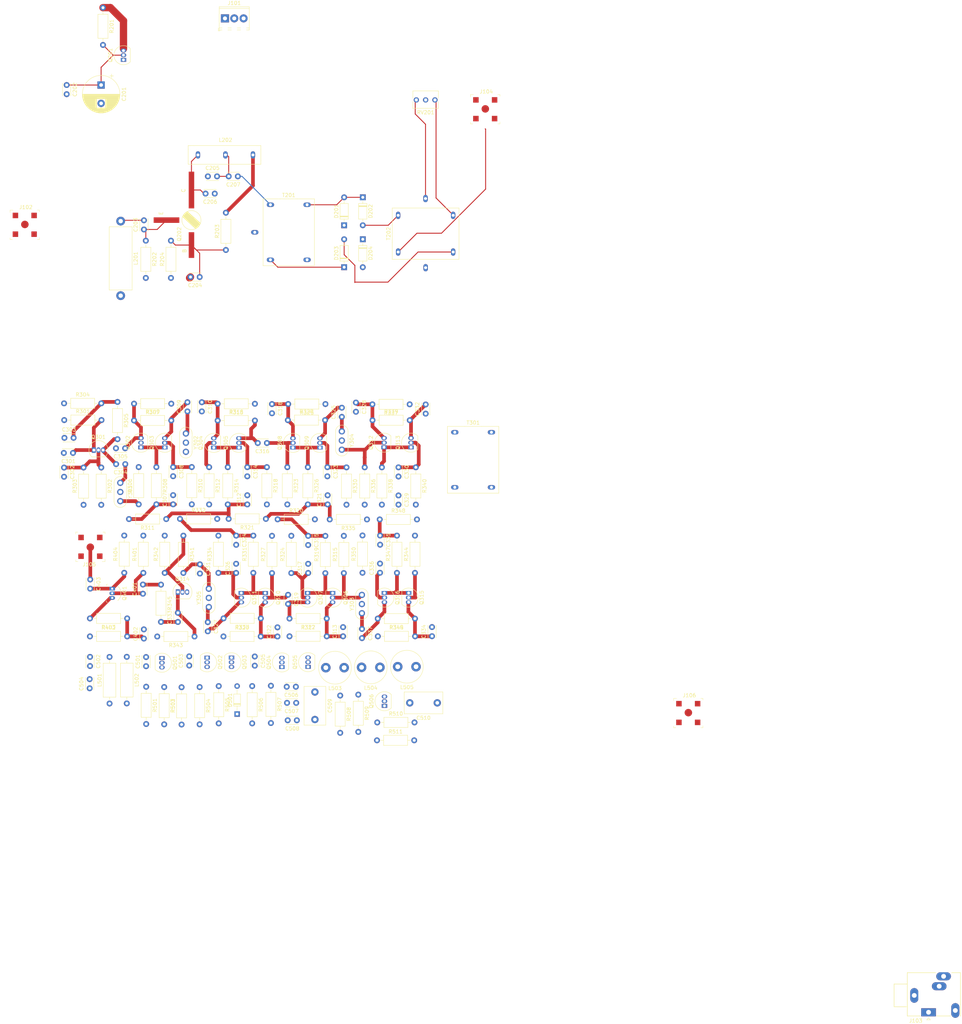
<source format=kicad_pcb>
(kicad_pcb (version 20171130) (host pcbnew "(5.1.6-0-10_14)")
  (layers (0 F.Cu signal) (31 B.Cu signal) (34 B.Paste user) (35 F.Paste user) (36 B.SilkS user) (37 F.SilkS user) (38 B.Mask user) (39 F.Mask user) (44 Edge.Cuts user))
  (net 0 "")
  (net 1 "Net-(C201-Pad1)")
  (net 2 GND)
  (net 3 /ANTENNA)
  (net 4 "Net-(C203-Pad1)")
  (net 5 "Net-(C204-Pad1)")
  (net 6 "Net-(C205-Pad2)")
  (net 7 "Net-(C206-Pad2)")
  (net 8 "Net-(C207-Pad1)")
  (net 9 "/IF Amplifier/IFAMP_IN")
  (net 10 "Net-(C301-Pad1)")
  (net 11 "Net-(C302-Pad1)")
  (net 12 "Net-(C303-Pad2)")
  (net 13 "Net-(C304-Pad2)")
  (net 14 "Net-(C304-Pad1)")
  (net 15 "Net-(C305-Pad1)")
  (net 16 "Net-(C308-Pad1)")
  (net 17 "Net-(C309-Pad1)")
  (net 18 "Net-(C309-Pad2)")
  (net 19 "Net-(C310-Pad1)")
  (net 20 "Net-(C313-Pad1)")
  (net 21 "Net-(C314-Pad1)")
  (net 22 "Net-(C315-Pad1)")
  (net 23 "Net-(C316-Pad1)")
  (net 24 "Net-(C316-Pad2)")
  (net 25 "Net-(C317-Pad1)")
  (net 26 "Net-(C318-Pad1)")
  (net 27 "Net-(C319-Pad1)")
  (net 28 "Net-(C319-Pad2)")
  (net 29 "Net-(C322-Pad1)")
  (net 30 "Net-(C323-Pad1)")
  (net 31 "Net-(C324-Pad1)")
  (net 32 "Net-(C325-Pad2)")
  (net 33 "Net-(C325-Pad1)")
  (net 34 "Net-(C326-Pad1)")
  (net 35 "Net-(C327-Pad2)")
  (net 36 "Net-(C327-Pad1)")
  (net 37 "Net-(C328-Pad1)")
  (net 38 VEE)
  (net 39 "Net-(C330-Pad1)")
  (net 40 "Net-(C331-Pad1)")
  (net 41 "Net-(C332-Pad2)")
  (net 42 "Net-(C332-Pad1)")
  (net 43 "Net-(C333-Pad2)")
  (net 44 "Net-(C333-Pad1)")
  (net 45 "Net-(C334-Pad1)")
  (net 46 "Net-(C335-Pad1)")
  (net 47 "Net-(C336-Pad1)")
  (net 48 "Net-(C337-Pad1)")
  (net 49 "Net-(C337-Pad2)")
  (net 50 "/IF Amplifier/IFAMP_OUT")
  (net 51 "Net-(C401-Pad1)")
  (net 52 "Net-(C402-Pad1)")
  (net 53 /LO2)
  (net 54 "Net-(C403-Pad2)")
  (net 55 "Net-(C501-Pad2)")
  (net 56 "Net-(C501-Pad1)")
  (net 57 /Detector/DET_IN)
  (net 58 "Net-(C503-Pad1)")
  (net 59 "Net-(C503-Pad2)")
  (net 60 "Net-(C504-Pad1)")
  (net 61 "Net-(C505-Pad1)")
  (net 62 "Net-(C505-Pad2)")
  (net 63 "Net-(C506-Pad1)")
  (net 64 "Net-(C507-Pad1)")
  (net 65 "Net-(C508-Pad1)")
  (net 66 "Net-(C509-Pad1)")
  (net 67 "Net-(C510-Pad2)")
  (net 68 /AUDIO)
  (net 69 "Net-(D201-Pad2)")
  (net 70 "Net-(D201-Pad1)")
  (net 71 "Net-(D202-Pad2)")
  (net 72 "Net-(D203-Pad1)")
  (net 73 VCC)
  (net 74 /LO1)
  (net 75 "/Antenna Preamplifier/VCC2")
  (net 76 "Net-(L503-Pad2)")
  (net 77 "Net-(Q302-Pad1)")
  (net 78 "Net-(Q302-Pad2)")
  (net 79 "Net-(Q304-Pad2)")
  (net 80 "Net-(Q304-Pad1)")
  (net 81 "Net-(Q306-Pad2)")
  (net 82 "Net-(Q306-Pad1)")
  (net 83 "Net-(Q308-Pad1)")
  (net 84 "Net-(Q310-Pad1)")
  (net 85 "Net-(Q312-Pad2)")
  (net 86 "Net-(Q312-Pad1)")
  (net 87 "Net-(Q314-Pad2)")
  (net 88 "Net-(Q315-Pad2)")
  (net 89 "Net-(Q315-Pad1)")
  (net 90 "Net-(Q502-Pad3)")
  (net 91 "Net-(Q504-Pad3)")
  (net 92 "Net-(Q506-Pad1)")
  (net 93 "Net-(RV201-Pad1)")
  (net 94 "Net-(RV201-Pad3)")
  (net 95 "Net-(C307-Pad1)")
  (net 96 "Net-(C312-Pad1)")
  (net 97 "Net-(C321-Pad1)")
  (module Capacitor_THT:C_Disc_D3.0mm_W2.0mm_P2.50mm (layer F.Cu) (at 42.1132 141.9225 180)
    (fp_text reference C301 (at 1.25 -2.25) (layer F.SilkS))
    (fp_text value 100nF)
    (pad 2 thru_hole circle (at 2.5 0 180) (size 1.6 1.6) (drill 0.8) (layers *.Cu *.Mask) (net 9 "/IF Amplifier/IFAMP_IN"))
    (pad 1 thru_hole circle (at 0 0 180) (size 1.6 1.6) (drill 0.8) (layers *.Cu *.Mask) (net 10 "Net-(C301-Pad1)"))
  )
  (module Capacitor_THT:C_Disc_D3.0mm_W2.0mm_P2.50mm (layer F.Cu) (at 39.7764 137.8077)
    (fp_text reference C303 (at 1.25 -2.25) (layer F.SilkS))
    (fp_text value 100nF)
    (pad 2 thru_hole circle (at 2.5 0) (size 1.6 1.6) (drill 0.8) (layers *.Cu *.Mask) (net 12 "Net-(C303-Pad2)"))
    (pad 1 thru_hole circle (at 0 0) (size 1.6 1.6) (drill 0.8) (layers *.Cu *.Mask) (net 2 GND))
  )
  (module Package_TO_SOT_THT:TO-92_Inline (layer F.Cu) (at 47.7901 141.1478)
    (fp_text reference Q301 (at 1.27 -3.56) (layer F.SilkS))
    (fp_text value 2N3904)
    (pad 1 thru_hole rect (at 0 0) (size 1.05 1.5) (drill 0.75) (layers *.Cu *.Mask) (net 10 "Net-(C301-Pad1)"))
    (pad 3 thru_hole oval (at 2.54 0) (size 1.05 1.5) (drill 0.75) (layers *.Cu *.Mask) (net 13 "Net-(C304-Pad2)"))
    (pad 2 thru_hole oval (at 1.27 0) (size 1.05 1.5) (drill 0.75) (layers *.Cu *.Mask) (net 11 "Net-(C302-Pad1)"))
  )
  (module Resistor_THT:R_Axial_DIN0207_L6.3mm_D2.5mm_P10.16mm_Horizontal (layer F.Cu) (at 39.7256 132.969)
    (fp_text reference R301 (at 5.08 -2.37) (layer F.SilkS))
    (fp_text value 200)
    (pad 2 thru_hole oval (at 10.16 0) (size 1.6 1.6) (drill 0.8) (layers *.Cu *.Mask) (net 10 "Net-(C301-Pad1)"))
    (pad 1 thru_hole circle (at 0 0) (size 1.6 1.6) (drill 0.8) (layers *.Cu *.Mask) (net 2 GND))
  )
  (module Resistor_THT:R_Axial_DIN0207_L6.3mm_D2.5mm_P10.16mm_Horizontal (layer F.Cu) (at 39.6748 128.4097)
    (fp_text reference R304 (at 5.08 -2.37) (layer F.SilkS))
    (fp_text value 10)
    (pad 2 thru_hole oval (at 10.16 0) (size 1.6 1.6) (drill 0.8) (layers *.Cu *.Mask) (net 12 "Net-(C303-Pad2)"))
    (pad 1 thru_hole circle (at 0 0) (size 1.6 1.6) (drill 0.8) (layers *.Cu *.Mask) (net 38 VEE))
  )
  (module Capacitor_THT:C_Disc_D3.0mm_W2.0mm_P2.50mm (layer F.Cu) (at 39.6748 145.9103 270)
    (fp_text reference C302 (at 1.25 -2.25 90) (layer F.SilkS))
    (fp_text value 100nF)
    (pad 2 thru_hole circle (at 2.5 0 270) (size 1.6 1.6) (drill 0.8) (layers *.Cu *.Mask) (net 2 GND))
    (pad 1 thru_hole circle (at 0 0 270) (size 1.6 1.6) (drill 0.8) (layers *.Cu *.Mask) (net 11 "Net-(C302-Pad1)"))
  )
  (module Capacitor_THT:C_Disc_D3.0mm_W2.0mm_P2.50mm (layer F.Cu) (at 56.3753 144.9705 180)
    (fp_text reference C304 (at 1.25 -2.25) (layer F.SilkS))
    (fp_text value 100nF)
    (pad 2 thru_hole circle (at 2.5 0 180) (size 1.6 1.6) (drill 0.8) (layers *.Cu *.Mask) (net 13 "Net-(C304-Pad2)"))
    (pad 1 thru_hole circle (at 0 0 180) (size 1.6 1.6) (drill 0.8) (layers *.Cu *.Mask) (net 14 "Net-(C304-Pad1)"))
  )
  (module Capacitor_THT:C_Disc_D3.0mm_W2.0mm_P2.50mm (layer F.Cu) (at 56.3353 140.6525 180)
    (fp_text reference C305 (at 1.25 -2.25) (layer F.SilkS))
    (fp_text value 100nF)
    (pad 2 thru_hole circle (at 2.5 0 180) (size 1.6 1.6) (drill 0.8) (layers *.Cu *.Mask) (net 2 GND))
    (pad 1 thru_hole circle (at 0 0 180) (size 1.6 1.6) (drill 0.8) (layers *.Cu *.Mask) (net 15 "Net-(C305-Pad1)"))
  )
  (module Capacitor_THT:C_Disc_D3.0mm_W2.0mm_P2.50mm (layer F.Cu) (at 69.4309 155.9306 90)
    (fp_text reference C307 (at 1.25 -2.25 90) (layer F.SilkS))
    (fp_text value 100nF)
    (pad 2 thru_hole circle (at 2.5 0 90) (size 1.6 1.6) (drill 0.8) (layers *.Cu *.Mask) (net 2 GND))
    (pad 1 thru_hole circle (at 0 0 90) (size 1.6 1.6) (drill 0.8) (layers *.Cu *.Mask) (net 95 "Net-(C307-Pad1)"))
  )
  (module Capacitor_THT:C_Disc_D3.0mm_W2.0mm_P2.50mm (layer F.Cu) (at 69.4309 145.7706 270)
    (fp_text reference C308 (at 1.25 -2.25 90) (layer F.SilkS))
    (fp_text value 100nF)
    (pad 2 thru_hole circle (at 2.5 0 270) (size 1.6 1.6) (drill 0.8) (layers *.Cu *.Mask) (net 2 GND))
    (pad 1 thru_hole circle (at 0 0 270) (size 1.6 1.6) (drill 0.8) (layers *.Cu *.Mask) (net 16 "Net-(C308-Pad1)"))
  )
  (module Capacitor_THT:C_Disc_D3.0mm_W2.0mm_P2.50mm (layer F.Cu) (at 73.3298 130.6068 90)
    (fp_text reference C309 (at 1.25 -2.25 90) (layer F.SilkS))
    (fp_text value 100nF)
    (pad 2 thru_hole circle (at 2.5 0 90) (size 1.6 1.6) (drill 0.8) (layers *.Cu *.Mask) (net 18 "Net-(C309-Pad2)"))
    (pad 1 thru_hole circle (at 0 0 90) (size 1.6 1.6) (drill 0.8) (layers *.Cu *.Mask) (net 17 "Net-(C309-Pad1)"))
  )
  (module Capacitor_THT:C_Disc_D3.0mm_W2.0mm_P2.50mm (layer F.Cu) (at 77.2541 128.1068 270)
    (fp_text reference C310 (at 1.25 -2.25 90) (layer F.SilkS))
    (fp_text value 100nF)
    (pad 2 thru_hole circle (at 2.5 0 270) (size 1.6 1.6) (drill 0.8) (layers *.Cu *.Mask) (net 2 GND))
    (pad 1 thru_hole circle (at 0 0 270) (size 1.6 1.6) (drill 0.8) (layers *.Cu *.Mask) (net 19 "Net-(C310-Pad1)"))
  )
  (module Package_TO_SOT_THT:TO-92_Inline (layer F.Cu) (at 60.6552 140.4112 90)
    (fp_text reference Q302 (at 1.27 -3.56 90) (layer F.SilkS))
    (fp_text value 2N3904)
    (pad 1 thru_hole rect (at 0 0 90) (size 1.05 1.5) (drill 0.75) (layers *.Cu *.Mask) (net 77 "Net-(Q302-Pad1)"))
    (pad 3 thru_hole oval (at 2.54 0 90) (size 1.05 1.5) (drill 0.75) (layers *.Cu *.Mask) (net 15 "Net-(C305-Pad1)"))
    (pad 2 thru_hole oval (at 1.27 0 90) (size 1.05 1.5) (drill 0.75) (layers *.Cu *.Mask) (net 78 "Net-(Q302-Pad2)"))
  )
  (module Package_TO_SOT_THT:TO-92_Inline (layer F.Cu) (at 67.1449 140.4366 90)
    (fp_text reference Q303 (at 1.27 -3.56 90) (layer F.SilkS))
    (fp_text value 2N3904)
    (pad 1 thru_hole rect (at 0 0 90) (size 1.05 1.5) (drill 0.75) (layers *.Cu *.Mask) (net 77 "Net-(Q302-Pad1)"))
    (pad 3 thru_hole oval (at 2.54 0 90) (size 1.05 1.5) (drill 0.75) (layers *.Cu *.Mask) (net 18 "Net-(C309-Pad2)"))
    (pad 2 thru_hole oval (at 1.27 0 90) (size 1.05 1.5) (drill 0.75) (layers *.Cu *.Mask) (net 16 "Net-(C308-Pad1)"))
  )
  (module Resistor_THT:R_Axial_DIN0207_L6.3mm_D2.5mm_P10.16mm_Horizontal (layer F.Cu) (at 49.8221 145.8976 270)
    (fp_text reference R302 (at 5.08 -2.37 90) (layer F.SilkS))
    (fp_text value R)
    (pad 2 thru_hole oval (at 10.16 0 270) (size 1.6 1.6) (drill 0.8) (layers *.Cu *.Mask) (net 2 GND))
    (pad 1 thru_hole circle (at 0 0 270) (size 1.6 1.6) (drill 0.8) (layers *.Cu *.Mask) (net 11 "Net-(C302-Pad1)"))
  )
  (module Resistor_THT:R_Axial_DIN0207_L6.3mm_D2.5mm_P10.16mm_Horizontal (layer F.Cu) (at 44.9961 156.0576 90)
    (fp_text reference R303 (at 5.08 -2.37 90) (layer F.SilkS))
    (fp_text value R)
    (pad 2 thru_hole oval (at 10.16 0 90) (size 1.6 1.6) (drill 0.8) (layers *.Cu *.Mask) (net 11 "Net-(C302-Pad1)"))
    (pad 1 thru_hole circle (at 0 0 90) (size 1.6 1.6) (drill 0.8) (layers *.Cu *.Mask) (net 38 VEE))
  )
  (module Resistor_THT:R_Axial_DIN0207_L6.3mm_D2.5mm_P10.16mm_Horizontal (layer F.Cu) (at 54.2544 128.016 270)
    (fp_text reference R305 (at 5.08 -2.37 90) (layer F.SilkS))
    (fp_text value 300)
    (pad 2 thru_hole oval (at 10.16 0 270) (size 1.6 1.6) (drill 0.8) (layers *.Cu *.Mask) (net 13 "Net-(C304-Pad2)"))
    (pad 1 thru_hole circle (at 0 0 270) (size 1.6 1.6) (drill 0.8) (layers *.Cu *.Mask) (net 12 "Net-(C303-Pad2)"))
  )
  (module Resistor_THT:R_Axial_DIN0207_L6.3mm_D2.5mm_P10.16mm_Horizontal (layer F.Cu) (at 60.0329 155.9306 90)
    (fp_text reference R306 (at 5.08 -2.37 90) (layer F.SilkS))
    (fp_text value 300)
    (pad 2 thru_hole oval (at 10.16 0 90) (size 1.6 1.6) (drill 0.8) (layers *.Cu *.Mask) (net 2 GND))
    (pad 1 thru_hole circle (at 0 0 90) (size 1.6 1.6) (drill 0.8) (layers *.Cu *.Mask) (net 78 "Net-(Q302-Pad2)"))
  )
  (module Resistor_THT:R_Axial_DIN0207_L6.3mm_D2.5mm_P10.16mm_Horizontal (layer F.Cu) (at 68.9229 128.4986 180)
    (fp_text reference R307 (at 5.08 -2.37) (layer F.SilkS))
    (fp_text value 10)
    (pad 2 thru_hole oval (at 10.16 0 180) (size 1.6 1.6) (drill 0.8) (layers *.Cu *.Mask) (net 15 "Net-(C305-Pad1)"))
    (pad 1 thru_hole circle (at 0 0 180) (size 1.6 1.6) (drill 0.8) (layers *.Cu *.Mask) (net 73 VCC))
  )
  (module Resistor_THT:R_Axial_DIN0207_L6.3mm_D2.5mm_P10.16mm_Horizontal (layer F.Cu) (at 64.8589 145.7706 270)
    (fp_text reference R308 (at 5.08 -2.37 90) (layer F.SilkS))
    (fp_text value 4.7k)
    (pad 2 thru_hole oval (at 10.16 0 270) (size 1.6 1.6) (drill 0.8) (layers *.Cu *.Mask) (net 95 "Net-(C307-Pad1)"))
    (pad 1 thru_hole circle (at 0 0 270) (size 1.6 1.6) (drill 0.8) (layers *.Cu *.Mask) (net 77 "Net-(Q302-Pad1)"))
  )
  (module Resistor_THT:R_Axial_DIN0207_L6.3mm_D2.5mm_P10.16mm_Horizontal (layer F.Cu) (at 58.7629 133.0706)
    (fp_text reference R309 (at 5.08 -2.37) (layer F.SilkS))
    (fp_text value 300)
    (pad 2 thru_hole oval (at 10.16 0) (size 1.6 1.6) (drill 0.8) (layers *.Cu *.Mask) (net 18 "Net-(C309-Pad2)"))
    (pad 1 thru_hole circle (at 0 0) (size 1.6 1.6) (drill 0.8) (layers *.Cu *.Mask) (net 15 "Net-(C305-Pad1)"))
  )
  (module Resistor_THT:R_Axial_DIN0207_L6.3mm_D2.5mm_P10.16mm_Horizontal (layer F.Cu) (at 74.5109 145.7706 270)
    (fp_text reference R310 (at 5.08 -2.37 90) (layer F.SilkS))
    (fp_text value 100)
    (pad 2 thru_hole oval (at 10.16 0 270) (size 1.6 1.6) (drill 0.8) (layers *.Cu *.Mask) (net 2 GND))
    (pad 1 thru_hole circle (at 0 0 270) (size 1.6 1.6) (drill 0.8) (layers *.Cu *.Mask) (net 16 "Net-(C308-Pad1)"))
  )
  (module Crystal:Resonator_muRata_CSTLSxxxG-3Pin_W8.0mm_H3.0mm (layer F.Cu) (at 55.0164 150.0632 270)
    (fp_text reference Y301 (at 2.5 -2.7 90) (layer F.SilkS))
    (fp_text value Crystal_GND2)
    (pad 3 thru_hole circle (at 5 0 270) (size 1.7 1.7) (drill 1) (layers *.Cu *.Mask) (net 78 "Net-(Q302-Pad2)"))
    (pad 2 thru_hole circle (at 2.5 0 270) (size 1.7 1.7) (drill 1) (layers *.Cu *.Mask) (net 2 GND))
    (pad 1 thru_hole circle (at 0 0 270) (size 1.7 1.7) (drill 1) (layers *.Cu *.Mask) (net 14 "Net-(C304-Pad1)"))
  )
  (module Crystal:Resonator_muRata_CSTLSxxxG-3Pin_W8.0mm_H3.0mm (layer F.Cu) (at 72.9107 136.6177 270)
    (fp_text reference Y302 (at 2.5 -2.7 90) (layer F.SilkS))
    (fp_text value Crystal_GND2)
    (pad 3 thru_hole circle (at 5 0 270) (size 1.7 1.7) (drill 1) (layers *.Cu *.Mask) (net 79 "Net-(Q304-Pad2)"))
    (pad 2 thru_hole circle (at 2.5 0 270) (size 1.7 1.7) (drill 1) (layers *.Cu *.Mask) (net 2 GND))
    (pad 1 thru_hole circle (at 0 0 270) (size 1.7 1.7) (drill 1) (layers *.Cu *.Mask) (net 17 "Net-(C309-Pad1)"))
  )
  (module kvd:toroid_4 (layer F.Cu) (at 151.257 143.7894 270)
    (fp_text reference T301 (at -10.1 0) (layer F.SilkS))
    (fp_text value Transformer_1P_1S)
    (pad 2 thru_hole oval (at 7.5 5 270) (size 1.2 2) (drill 0.8) (layers *.Cu *.Mask) (net 2 GND))
    (pad 3 thru_hole oval (at 7.5 -5 270) (size 1.2 2) (drill 0.8) (layers *.Cu *.Mask) (net 88 "Net-(Q315-Pad2)"))
    (pad 1 thru_hole oval (at -7.5 5 270) (size 1.2 2) (drill 0.8) (layers *.Cu *.Mask) (net 42 "Net-(C332-Pad1)"))
    (pad 4 thru_hole oval (at -7.5 -5 270) (size 1.2 2) (drill 0.8) (layers *.Cu *.Mask) (net 2 GND))
  )
  (module Capacitor_THT:C_Disc_D3.0mm_W2.0mm_P2.50mm (layer F.Cu) (at 62.0522 200.0504 90)
    (fp_text reference C501 (at 1.25 -2.25 90) (layer F.SilkS))
    (fp_text value 100nF)
    (pad 2 thru_hole circle (at 2.5 0 90) (size 1.6 1.6) (drill 0.8) (layers *.Cu *.Mask) (net 55 "Net-(C501-Pad2)"))
    (pad 1 thru_hole circle (at 0 0 90) (size 1.6 1.6) (drill 0.8) (layers *.Cu *.Mask) (net 56 "Net-(C501-Pad1)"))
  )
  (module Capacitor_THT:C_Disc_D3.0mm_W2.0mm_P2.50mm (layer F.Cu) (at 46.7614 197.4977 270)
    (fp_text reference C502 (at 1.25 -2.25 90) (layer F.SilkS))
    (fp_text value 1nF)
    (pad 2 thru_hole circle (at 2.5 0 270) (size 1.6 1.6) (drill 0.8) (layers *.Cu *.Mask) (net 2 GND))
    (pad 1 thru_hole circle (at 0 0 270) (size 1.6 1.6) (drill 0.8) (layers *.Cu *.Mask) (net 57 /Detector/DET_IN))
  )
  (module Capacitor_THT:C_Disc_D3.0mm_W2.0mm_P2.50mm (layer F.Cu) (at 73.8251 199.858 90)
    (fp_text reference C503 (at 1.25 -2.25 90) (layer F.SilkS))
    (fp_text value 100nF)
    (pad 2 thru_hole circle (at 2.5 0 90) (size 1.6 1.6) (drill 0.8) (layers *.Cu *.Mask) (net 59 "Net-(C503-Pad2)"))
    (pad 1 thru_hole circle (at 0 0 90) (size 1.6 1.6) (drill 0.8) (layers *.Cu *.Mask) (net 58 "Net-(C503-Pad1)"))
  )
  (module Capacitor_THT:C_Disc_D3.0mm_W2.0mm_P2.50mm (layer F.Cu) (at 46.6598 206.0683 90)
    (fp_text reference C504 (at 1.25 -2.25 90) (layer F.SilkS))
    (fp_text value 680pF)
    (pad 2 thru_hole circle (at 2.5 0 90) (size 1.6 1.6) (drill 0.8) (layers *.Cu *.Mask) (net 2 GND))
    (pad 1 thru_hole circle (at 0 0 90) (size 1.6 1.6) (drill 0.8) (layers *.Cu *.Mask) (net 60 "Net-(C504-Pad1)"))
  )
  (module Capacitor_THT:C_Disc_D3.0mm_W2.0mm_P2.50mm (layer F.Cu) (at 91.694 197.3961 270)
    (fp_text reference C505 (at 1.25 -2.25 90) (layer F.SilkS))
    (fp_text value 470pF)
    (pad 2 thru_hole circle (at 2.5 0 270) (size 1.6 1.6) (drill 0.8) (layers *.Cu *.Mask) (net 62 "Net-(C505-Pad2)"))
    (pad 1 thru_hole circle (at 0 0 270) (size 1.6 1.6) (drill 0.8) (layers *.Cu *.Mask) (net 61 "Net-(C505-Pad1)"))
  )
  (module Capacitor_THT:C_Disc_D3.0mm_W2.0mm_P2.50mm (layer F.Cu) (at 102.9081 205.6384 180)
    (fp_text reference C506 (at 1.25 -2.25) (layer F.SilkS))
    (fp_text value 2.7nF)
    (pad 2 thru_hole circle (at 2.5 0 180) (size 1.6 1.6) (drill 0.8) (layers *.Cu *.Mask) (net 2 GND))
    (pad 1 thru_hole circle (at 0 0 180) (size 1.6 1.6) (drill 0.8) (layers *.Cu *.Mask) (net 63 "Net-(C506-Pad1)"))
  )
  (module Capacitor_THT:C_Disc_D3.0mm_W2.0mm_P2.50mm (layer F.Cu) (at 102.997 210.0326 180)
    (fp_text reference C507 (at 1.25 -2.25) (layer F.SilkS))
    (fp_text value 2nF)
    (pad 2 thru_hole circle (at 2.5 0 180) (size 1.6 1.6) (drill 0.8) (layers *.Cu *.Mask) (net 2 GND))
    (pad 1 thru_hole circle (at 0 0 180) (size 1.6 1.6) (drill 0.8) (layers *.Cu *.Mask) (net 64 "Net-(C507-Pad1)"))
  )
  (module Capacitor_THT:C_Disc_D3.0mm_W2.0mm_P2.50mm (layer F.Cu) (at 103.1748 214.7824 180)
    (fp_text reference C508 (at 1.25 -2.25) (layer F.SilkS))
    (fp_text value 430pF)
    (pad 2 thru_hole circle (at 2.5 0 180) (size 1.6 1.6) (drill 0.8) (layers *.Cu *.Mask) (net 2 GND))
    (pad 1 thru_hole circle (at 0 0 180) (size 1.6 1.6) (drill 0.8) (layers *.Cu *.Mask) (net 65 "Net-(C508-Pad1)"))
  )
  (module Capacitor_THT:C_Rect_L10.3mm_W5.7mm_P7.50mm_MKS4 (layer F.Cu) (at 108.1024 207.0735 270)
    (fp_text reference C509 (at 3.75 -4.1 90) (layer F.SilkS))
    (fp_text value 1uF)
    (pad 2 thru_hole circle (at 7.5 0 270) (size 2 2) (drill 1) (layers *.Cu *.Mask) (net 65 "Net-(C508-Pad1)"))
    (pad 1 thru_hole circle (at 0 0 270) (size 2 2) (drill 1) (layers *.Cu *.Mask) (net 66 "Net-(C509-Pad1)"))
  )
  (module Capacitor_THT:C_Rect_L10.3mm_W5.7mm_P7.50mm_MKS4 (layer F.Cu) (at 141.478 210.0326 180)
    (fp_text reference C510 (at 3.75 -4.1) (layer F.SilkS))
    (fp_text value 1uF)
    (pad 2 thru_hole circle (at 7.5 0 180) (size 2 2) (drill 1) (layers *.Cu *.Mask) (net 67 "Net-(C510-Pad2)"))
    (pad 1 thru_hole circle (at 0 0 180) (size 2 2) (drill 1) (layers *.Cu *.Mask) (net 68 /AUDIO))
  )
  (module Diode_THT:D_DO-34_SOD68_P7.62mm_Horizontal (layer F.Cu) (at 86.8807 213.0806 90)
    (fp_text reference D501 (at 3.81 -1.92 90) (layer F.SilkS))
    (fp_text value 1N34A)
    (pad 2 thru_hole oval (at 7.62 0 90) (size 1.5 1.5) (drill 0.75) (layers *.Cu *.Mask) (net 61 "Net-(C505-Pad1)"))
    (pad 1 thru_hole rect (at 0 0 90) (size 1.5 1.5) (drill 0.75) (layers *.Cu *.Mask) (net 2 GND))
  )
  (module Connector_Audio:Jack_3.5mm_Ledino_KB3SPRS_Horizontal (layer F.Cu) (at 275.4884 294.3606)
    (fp_text reference J103 (at -3.5 2.3) (layer F.SilkS))
    (fp_text value AudioJack3)
    (pad S thru_hole oval (at -3.9 -4.6) (size 2.2 4) (drill 1.3) (layers *.Cu *.Mask) (net 2 GND))
    (pad R thru_hole oval (at 4.1 -9.8) (size 4 2.2) (drill 1.3) (layers *.Cu *.Mask) (net 68 /AUDIO))
    (pad RN thru_hole oval (at 2.9 -7.1) (size 4 2.2) (drill 1.3) (layers *.Cu *.Mask))
    (pad TN thru_hole oval (at 7.3 -0.5 90) (size 4 2.2) (drill 1.3) (layers *.Cu *.Mask))
    (pad T thru_hole rect (at 0 0) (size 4 2.2) (drill 1.3) (layers *.Cu *.Mask) (net 68 /AUDIO))
  )
  (module digikey-footprints:RF_SMA_Receptical_Vertical_CONSMA001-SMD-G (layer F.Cu) (at 209.9437 212.8012)
    (fp_text reference J106 (at 0.3 -4.8) (layer F.SilkS))
    (fp_text value CONSMA001-SMD-G)
    (pad 2 smd circle (at 0.025 -0.1) (size 2.05 2.05) (layers F.Cu F.Paste F.Mask) (net 68 /AUDIO))
    (pad 1 smd rect (at 2.55 2.55) (size 1.5 1.5) (layers F.Cu F.Paste F.Mask) (net 2 GND))
    (pad 1 smd rect (at 2.55 -2.55) (size 1.5 1.5) (layers F.Cu F.Paste F.Mask) (net 2 GND))
    (pad 1 smd rect (at -2.55 -2.55) (size 1.5 1.5) (layers F.Cu F.Paste F.Mask) (net 2 GND))
    (pad 1 smd rect (at -2.55 2.55) (size 1.5 1.5) (layers F.Cu F.Paste F.Mask) (net 2 GND))
  )
  (module Resistor_THT:R_Axial_DIN0309_L9.0mm_D3.2mm_P12.70mm_Horizontal (layer F.Cu) (at 52.0827 210.2104 90)
    (fp_text reference L501 (at 6.35 -2.72 90) (layer F.SilkS))
    (fp_text value 100uH)
    (pad 2 thru_hole oval (at 12.7 0 90) (size 1.6 1.6) (drill 0.8) (layers *.Cu *.Mask) (net 57 /Detector/DET_IN))
    (pad 1 thru_hole circle (at 0 0 90) (size 1.6 1.6) (drill 0.8) (layers *.Cu *.Mask) (net 60 "Net-(C504-Pad1)"))
  )
  (module Resistor_THT:R_Axial_DIN0309_L9.0mm_D3.2mm_P12.70mm_Horizontal (layer F.Cu) (at 56.7817 197.485 270)
    (fp_text reference L502 (at 6.35 -2.72 90) (layer F.SilkS))
    (fp_text value 33uH)
    (pad 2 thru_hole oval (at 12.7 0 270) (size 1.6 1.6) (drill 0.8) (layers *.Cu *.Mask) (net 60 "Net-(C504-Pad1)"))
    (pad 1 thru_hole circle (at 0 0 270) (size 1.6 1.6) (drill 0.8) (layers *.Cu *.Mask) (net 55 "Net-(C501-Pad2)"))
  )
  (module Inductor_THT:L_Radial_D8.7mm_P5.00mm_Fastron_07HCP (layer F.Cu) (at 116.078 200.4441 180)
    (fp_text reference L503 (at 2.5 -5.6) (layer F.SilkS))
    (fp_text value 2.2mH)
    (pad 2 thru_hole circle (at 5 0 180) (size 2.6 2.6) (drill 1.3) (layers *.Cu *.Mask) (net 76 "Net-(L503-Pad2)"))
    (pad 1 thru_hole circle (at 0 0 180) (size 2.6 2.6) (drill 1.3) (layers *.Cu *.Mask) (net 63 "Net-(C506-Pad1)"))
  )
  (module Inductor_THT:L_Radial_D8.7mm_P5.00mm_Fastron_07HCP (layer F.Cu) (at 125.8316 200.3552 180)
    (fp_text reference L504 (at 2.5 -5.6) (layer F.SilkS))
    (fp_text value 2.2mH)
    (pad 2 thru_hole circle (at 5 0 180) (size 2.6 2.6) (drill 1.3) (layers *.Cu *.Mask) (net 63 "Net-(C506-Pad1)"))
    (pad 1 thru_hole circle (at 0 0 180) (size 2.6 2.6) (drill 1.3) (layers *.Cu *.Mask) (net 64 "Net-(C507-Pad1)"))
  )
  (module Inductor_THT:L_Radial_D8.7mm_P5.00mm_Fastron_07HCP (layer F.Cu) (at 135.6868 200.1774 180)
    (fp_text reference L505 (at 2.5 -5.6) (layer F.SilkS))
    (fp_text value 1.2mH)
    (pad 2 thru_hole circle (at 5 0 180) (size 2.6 2.6) (drill 1.3) (layers *.Cu *.Mask) (net 64 "Net-(C507-Pad1)"))
    (pad 1 thru_hole circle (at 0 0 180) (size 2.6 2.6) (drill 1.3) (layers *.Cu *.Mask) (net 65 "Net-(C508-Pad1)"))
  )
  (module Package_TO_SOT_THT:TO-92_Inline (layer F.Cu) (at 66.3702 197.8279 270)
    (fp_text reference Q501 (at 1.27 -3.56 90) (layer F.SilkS))
    (fp_text value 2N3906)
    (pad 1 thru_hole rect (at 0 0 270) (size 1.05 1.5) (drill 0.75) (layers *.Cu *.Mask) (net 59 "Net-(C503-Pad2)"))
    (pad 3 thru_hole oval (at 2.54 0 270) (size 1.05 1.5) (drill 0.75) (layers *.Cu *.Mask) (net 73 VCC))
    (pad 2 thru_hole oval (at 1.27 0 270) (size 1.05 1.5) (drill 0.75) (layers *.Cu *.Mask) (net 56 "Net-(C501-Pad1)"))
  )
  (module Package_TO_SOT_THT:TO-92_Inline (layer F.Cu) (at 78.7019 197.7136 270)
    (fp_text reference Q502 (at 1.27 -3.56 90) (layer F.SilkS))
    (fp_text value 2N3906)
    (pad 1 thru_hole rect (at 0 0 270) (size 1.05 1.5) (drill 0.75) (layers *.Cu *.Mask) (net 73 VCC))
    (pad 3 thru_hole oval (at 2.54 0 270) (size 1.05 1.5) (drill 0.75) (layers *.Cu *.Mask) (net 90 "Net-(Q502-Pad3)"))
    (pad 2 thru_hole oval (at 1.27 0 270) (size 1.05 1.5) (drill 0.75) (layers *.Cu *.Mask) (net 58 "Net-(C503-Pad1)"))
  )
  (module Package_TO_SOT_THT:TO-92_Inline (layer F.Cu) (at 85.344 197.7009 270)
    (fp_text reference Q503 (at 1.27 -3.56 90) (layer F.SilkS))
    (fp_text value 2N3904)
    (pad 1 thru_hole rect (at 0 0 270) (size 1.05 1.5) (drill 0.75) (layers *.Cu *.Mask) (net 62 "Net-(C505-Pad2)"))
    (pad 3 thru_hole oval (at 2.54 0 270) (size 1.05 1.5) (drill 0.75) (layers *.Cu *.Mask) (net 73 VCC))
    (pad 2 thru_hole oval (at 1.27 0 270) (size 1.05 1.5) (drill 0.75) (layers *.Cu *.Mask) (net 90 "Net-(Q502-Pad3)"))
  )
  (module Package_TO_SOT_THT:TO-92_Inline (layer F.Cu) (at 99.0981 200.279 90)
    (fp_text reference Q504 (at 1.27 -3.56 90) (layer F.SilkS))
    (fp_text value 2N3904)
    (pad 1 thru_hole rect (at 0 0 90) (size 1.05 1.5) (drill 0.75) (layers *.Cu *.Mask) (net 61 "Net-(C505-Pad1)"))
    (pad 3 thru_hole oval (at 2.54 0 90) (size 1.05 1.5) (drill 0.75) (layers *.Cu *.Mask) (net 91 "Net-(Q504-Pad3)"))
    (pad 2 thru_hole oval (at 1.27 0 90) (size 1.05 1.5) (drill 0.75) (layers *.Cu *.Mask) (net 2 GND))
  )
  (module Package_TO_SOT_THT:TO-92_Inline (layer F.Cu) (at 106.2355 200.2155 90)
    (fp_text reference Q505 (at 1.27 -3.56 90) (layer F.SilkS))
    (fp_text value 2N3904)
    (pad 1 thru_hole rect (at 0 0 90) (size 1.05 1.5) (drill 0.75) (layers *.Cu *.Mask) (net 76 "Net-(L503-Pad2)"))
    (pad 3 thru_hole oval (at 2.54 0 90) (size 1.05 1.5) (drill 0.75) (layers *.Cu *.Mask) (net 73 VCC))
    (pad 2 thru_hole oval (at 1.27 0 90) (size 1.05 1.5) (drill 0.75) (layers *.Cu *.Mask) (net 91 "Net-(Q504-Pad3)"))
  )
  (module Package_TO_SOT_THT:TO-92_Inline (layer F.Cu) (at 127.0762 210.8581 90)
    (fp_text reference Q506 (at 1.27 -3.56 90) (layer F.SilkS))
    (fp_text value 2N3904)
    (pad 1 thru_hole rect (at 0 0 90) (size 1.05 1.5) (drill 0.75) (layers *.Cu *.Mask) (net 92 "Net-(Q506-Pad1)"))
    (pad 3 thru_hole oval (at 2.54 0 90) (size 1.05 1.5) (drill 0.75) (layers *.Cu *.Mask) (net 67 "Net-(C510-Pad2)"))
    (pad 2 thru_hole oval (at 1.27 0 90) (size 1.05 1.5) (drill 0.75) (layers *.Cu *.Mask) (net 66 "Net-(C509-Pad1)"))
  )
  (module Resistor_THT:R_Axial_DIN0207_L6.3mm_D2.5mm_P10.16mm_Horizontal (layer F.Cu) (at 62.0776 205.6384 270)
    (fp_text reference R501 (at 5.08 -2.37 90) (layer F.SilkS))
    (fp_text value 360)
    (pad 2 thru_hole oval (at 10.16 0 270) (size 1.6 1.6) (drill 0.8) (layers *.Cu *.Mask) (net 2 GND))
    (pad 1 thru_hole circle (at 0 0 270) (size 1.6 1.6) (drill 0.8) (layers *.Cu *.Mask) (net 56 "Net-(C501-Pad1)"))
  )
  (module Resistor_THT:R_Axial_DIN0207_L6.3mm_D2.5mm_P10.16mm_Horizontal (layer F.Cu) (at 66.9925 205.7273 270)
    (fp_text reference R502 (at 5.08 -2.37 90) (layer F.SilkS))
    (fp_text value 1.1k)
    (pad 2 thru_hole oval (at 10.16 0 270) (size 1.6 1.6) (drill 0.8) (layers *.Cu *.Mask) (net 38 VEE))
    (pad 1 thru_hole circle (at 0 0 270) (size 1.6 1.6) (drill 0.8) (layers *.Cu *.Mask) (net 59 "Net-(C503-Pad2)"))
  )
  (module Resistor_THT:R_Axial_DIN0207_L6.3mm_D2.5mm_P10.16mm_Horizontal (layer F.Cu) (at 71.7296 215.9381 90)
    (fp_text reference R503 (at 5.08 -2.37 90) (layer F.SilkS))
    (fp_text value 30k)
    (pad 2 thru_hole oval (at 10.16 0 90) (size 1.6 1.6) (drill 0.8) (layers *.Cu *.Mask) (net 58 "Net-(C503-Pad1)"))
    (pad 1 thru_hole circle (at 0 0 90) (size 1.6 1.6) (drill 0.8) (layers *.Cu *.Mask) (net 90 "Net-(Q502-Pad3)"))
  )
  (module Resistor_THT:R_Axial_DIN0207_L6.3mm_D2.5mm_P10.16mm_Horizontal (layer F.Cu) (at 76.6572 205.7273 270)
    (fp_text reference R504 (at 5.08 -2.37 90) (layer F.SilkS))
    (fp_text value 4.7k)
    (pad 2 thru_hole oval (at 10.16 0 270) (size 1.6 1.6) (drill 0.8) (layers *.Cu *.Mask) (net 2 GND))
    (pad 1 thru_hole circle (at 0 0 270) (size 1.6 1.6) (drill 0.8) (layers *.Cu *.Mask) (net 90 "Net-(Q502-Pad3)"))
  )
  (module Resistor_THT:R_Axial_DIN0207_L6.3mm_D2.5mm_P10.16mm_Horizontal (layer F.Cu) (at 81.8642 205.4606 270)
    (fp_text reference R505 (at 5.08 -2.37 90) (layer F.SilkS))
    (fp_text value 150)
    (pad 2 thru_hole oval (at 10.16 0 270) (size 1.6 1.6) (drill 0.8) (layers *.Cu *.Mask) (net 2 GND))
    (pad 1 thru_hole circle (at 0 0 270) (size 1.6 1.6) (drill 0.8) (layers *.Cu *.Mask) (net 62 "Net-(C505-Pad2)"))
  )
  (module Resistor_THT:R_Axial_DIN0207_L6.3mm_D2.5mm_P10.16mm_Horizontal (layer F.Cu) (at 90.9955 205.4606 270)
    (fp_text reference R506 (at 5.08 -2.37 90) (layer F.SilkS))
    (fp_text value 3.3k)
    (pad 2 thru_hole oval (at 10.16 0 270) (size 1.6 1.6) (drill 0.8) (layers *.Cu *.Mask) (net 91 "Net-(Q504-Pad3)"))
    (pad 1 thru_hole circle (at 0 0 270) (size 1.6 1.6) (drill 0.8) (layers *.Cu *.Mask) (net 73 VCC))
  )
  (module Resistor_THT:R_Axial_DIN0207_L6.3mm_D2.5mm_P10.16mm_Horizontal (layer F.Cu) (at 96.1009 205.3717 270)
    (fp_text reference R507 (at 5.08 -2.37 90) (layer F.SilkS))
    (fp_text value 1.1k)
    (pad 2 thru_hole oval (at 10.16 0 270) (size 1.6 1.6) (drill 0.8) (layers *.Cu *.Mask) (net 38 VEE))
    (pad 1 thru_hole circle (at 0 0 270) (size 1.6 1.6) (drill 0.8) (layers *.Cu *.Mask) (net 76 "Net-(L503-Pad2)"))
  )
  (module Resistor_THT:R_Axial_DIN0207_L6.3mm_D2.5mm_P10.16mm_Horizontal (layer F.Cu) (at 114.9985 208.0387 270)
    (fp_text reference R508 (at 5.08 -2.37 90) (layer F.SilkS))
    (fp_text value 5.1k)
    (pad 2 thru_hole oval (at 10.16 0 270) (size 1.6 1.6) (drill 0.8) (layers *.Cu *.Mask) (net 66 "Net-(C509-Pad1)"))
    (pad 1 thru_hole circle (at 0 0 270) (size 1.6 1.6) (drill 0.8) (layers *.Cu *.Mask) (net 73 VCC))
  )
  (module Resistor_THT:R_Axial_DIN0207_L6.3mm_D2.5mm_P10.16mm_Horizontal (layer F.Cu) (at 119.9388 207.7847 270)
    (fp_text reference R509 (at 5.08 -2.37 90) (layer F.SilkS))
    (fp_text value 1.3k)
    (pad 2 thru_hole oval (at 10.16 0 270) (size 1.6 1.6) (drill 0.8) (layers *.Cu *.Mask) (net 2 GND))
    (pad 1 thru_hole circle (at 0 0 270) (size 1.6 1.6) (drill 0.8) (layers *.Cu *.Mask) (net 66 "Net-(C509-Pad1)"))
  )
  (module Resistor_THT:R_Axial_DIN0207_L6.3mm_D2.5mm_P10.16mm_Horizontal (layer F.Cu) (at 125.1077 215.3666)
    (fp_text reference R510 (at 5.08 -2.37) (layer F.SilkS))
    (fp_text value 5.1k)
    (pad 2 thru_hole oval (at 10.16 0) (size 1.6 1.6) (drill 0.8) (layers *.Cu *.Mask) (net 67 "Net-(C510-Pad2)"))
    (pad 1 thru_hole circle (at 0 0) (size 1.6 1.6) (drill 0.8) (layers *.Cu *.Mask) (net 73 VCC))
  )
  (module Resistor_THT:R_Axial_DIN0207_L6.3mm_D2.5mm_P10.16mm_Horizontal (layer F.Cu) (at 125.0315 220.2434)
    (fp_text reference R511 (at 5.08 -2.37) (layer F.SilkS))
    (fp_text value 1k)
    (pad 2 thru_hole oval (at 10.16 0) (size 1.6 1.6) (drill 0.8) (layers *.Cu *.Mask) (net 2 GND))
    (pad 1 thru_hole circle (at 0 0) (size 1.6 1.6) (drill 0.8) (layers *.Cu *.Mask) (net 92 "Net-(Q506-Pad1)"))
  )
  (module digikey-footprints:RF_SMA_Receptical_Vertical_CONSMA001-SMD-G (layer F.Cu) (at 46.863 167.513 180)
    (fp_text reference J105 (at 0.3 -4.8) (layer F.SilkS))
    (fp_text value CONSMA001-SMD-G)
    (pad 2 smd circle (at 0.025 -0.1 180) (size 2.05 2.05) (layers F.Cu F.Paste F.Mask) (net 53 /LO2))
    (pad 1 smd rect (at 2.55 2.55 180) (size 1.5 1.5) (layers F.Cu F.Paste F.Mask) (net 2 GND))
    (pad 1 smd rect (at 2.55 -2.55 180) (size 1.5 1.5) (layers F.Cu F.Paste F.Mask) (net 2 GND))
    (pad 1 smd rect (at -2.55 -2.55 180) (size 1.5 1.5) (layers F.Cu F.Paste F.Mask) (net 2 GND))
    (pad 1 smd rect (at -2.55 2.55 180) (size 1.5 1.5) (layers F.Cu F.Paste F.Mask) (net 2 GND))
  )
  (module Capacitor_THT:C_Disc_D3.0mm_W2.0mm_P2.50mm (layer F.Cu) (at 89.662 155.956 90)
    (fp_text reference C312 (at 1.25 -2.25 90) (layer F.SilkS))
    (fp_text value 100nF)
    (pad 2 thru_hole circle (at 2.5 0 90) (size 1.6 1.6) (drill 0.8) (layers *.Cu *.Mask) (net 2 GND))
    (pad 1 thru_hole circle (at 0 0 90) (size 1.6 1.6) (drill 0.8) (layers *.Cu *.Mask) (net 96 "Net-(C312-Pad1)"))
  )
  (module kvd:tapped_coil (layer F.Cu) (at 83.7 60.706)
    (fp_text reference L202 (at 0 -4.064) (layer F.SilkS))
    (fp_text value tapped_air_coil)
    (pad 2 thru_hole oval (at 7.5 0) (size 1.2 2) (drill 0.8) (layers *.Cu *.Mask) (net 75 "/Antenna Preamplifier/VCC2"))
    (pad 3 thru_hole oval (at 0 0) (size 1.2 2) (drill 0.8) (layers *.Cu *.Mask) (net 6 "Net-(C205-Pad2)"))
    (pad 1 thru_hole oval (at -7.5 0) (size 1.2 2) (drill 0.8) (layers *.Cu *.Mask) (net 7 "Net-(C206-Pad2)"))
  )
  (module kvd:toroid_5 (layer F.Cu) (at 100.965 81.788 270)
    (fp_text reference T201 (at -10.1 0) (layer F.SilkS))
    (fp_text value Transformer_1P_SS)
    (pad 3 thru_hole oval (at 7.5 5 270) (size 1.2 2) (drill 0.8) (layers *.Cu *.Mask) (net 72 "Net-(D203-Pad1)"))
    (pad 4 thru_hole oval (at 7.5 -5 270) (size 1.2 2) (drill 0.8) (layers *.Cu *.Mask) (net 9 "/IF Amplifier/IFAMP_IN"))
    (pad 2 thru_hole oval (at 0 9.271 270) (size 1.2 2) (drill 0.8) (layers *.Cu *.Mask) (net 2 GND))
    (pad 1 thru_hole oval (at -7.5 5 270) (size 1.2 2) (drill 0.8) (layers *.Cu *.Mask) (net 8 "Net-(C207-Pad1)"))
    (pad 5 thru_hole oval (at -7.5 -5 270) (size 1.2 2) (drill 0.8) (layers *.Cu *.Mask) (net 69 "Net-(D201-Pad2)"))
  )
  (module kvd:BFR90A_1 (layer F.Cu) (at 74.422 78.486 90)
    (fp_text reference Q202 (at -3.8242 -3.3238 270) (layer F.SilkS))
    (fp_text value BFR90A)
    (fp_text user C (at 8.0884 -2.1808 90) (layer F.SilkS))
    (fp_text user B (at -8.3708 -1.9014 90) (layer F.SilkS))
    (fp_text user E (at 1.8654 -8.2768 90) (layer F.SilkS))
    (pad 2 smd rect (at 0.0112 -6.8036 180) (size 7 1.5) (layers F.Cu F.Paste F.Mask) (net 4 "Net-(C203-Pad1)"))
    (pad 3 smd rect (at 8.2112 0.0036 180) (size 1.5 10) (layers F.Cu F.Paste F.Mask) (net 7 "Net-(C206-Pad2)"))
    (pad 1 smd rect (at -6.7888 0.0036 180) (size 1.5 7) (layers F.Cu F.Paste F.Mask) (net 5 "Net-(C204-Pad1)"))
  )
  (module Package_TO_SOT_THT:TO-92_Inline (layer F.Cu) (at 88.0237 180.086 270)
    (fp_text reference Q311 (at 1.27 -3.56 90) (layer F.SilkS))
    (fp_text value 2N3904)
    (pad 1 thru_hole rect (at 0 0 270) (size 1.05 1.5) (drill 0.75) (layers *.Cu *.Mask) (net 84 "Net-(Q310-Pad1)"))
    (pad 3 thru_hole oval (at 2.54 0 270) (size 1.05 1.5) (drill 0.75) (layers *.Cu *.Mask) (net 35 "Net-(C327-Pad2)"))
    (pad 2 thru_hole oval (at 1.27 0 270) (size 1.05 1.5) (drill 0.75) (layers *.Cu *.Mask) (net 34 "Net-(C326-Pad1)"))
  )
  (module kvd:toroid_6 (layer F.Cu) (at 138.303 82.169)
    (fp_text reference T202 (at -10.1 0 90) (layer F.SilkS))
    (fp_text value Transformer_1P_2S)
    (pad 5 thru_hole oval (at -0.0324 -9.572) (size 1.2 2) (drill 0.8) (layers *.Cu *.Mask) (net 93 "Net-(RV201-Pad1)"))
    (pad 3 thru_hole oval (at 7.5 5) (size 1.2 2) (drill 0.8) (layers *.Cu *.Mask) (net 70 "Net-(D201-Pad1)"))
    (pad 4 thru_hole oval (at 7.5 -5) (size 1.2 2) (drill 0.8) (layers *.Cu *.Mask) (net 94 "Net-(RV201-Pad3)"))
    (pad 2 thru_hole oval (at 0 9.271) (size 1.2 2) (drill 0.8) (layers *.Cu *.Mask) (net 2 GND))
    (pad 1 thru_hole oval (at -7.5 5) (size 1.2 2) (drill 0.8) (layers *.Cu *.Mask) (net 74 /LO1))
    (pad 6 thru_hole oval (at -7.5 -5) (size 1.2 2) (drill 0.8) (layers *.Cu *.Mask) (net 71 "Net-(D202-Pad2)"))
  )
  (module Capacitor_THT:CP_Radial_D10.0mm_P5.00mm (layer F.Cu) (at 49.784 41.656 270)
    (fp_text reference C201 (at 2.5 -6.25 90) (layer F.SilkS))
    (fp_text value 330uF)
    (pad 2 thru_hole circle (at 5 0 270) (size 2 2) (drill 1) (layers *.Cu *.Mask) (net 2 GND))
    (pad 1 thru_hole rect (at 0 0 270) (size 2 2) (drill 1) (layers *.Cu *.Mask) (net 1 "Net-(C201-Pad1)"))
  )
  (module Capacitor_THT:C_Disc_D3.0mm_W2.0mm_P2.50mm (layer F.Cu) (at 40.386 41.656 270)
    (fp_text reference C202 (at 1.25 -2.25 90) (layer F.SilkS))
    (fp_text value 100nF)
    (pad 2 thru_hole circle (at 2.5 0 270) (size 1.6 1.6) (drill 0.8) (layers *.Cu *.Mask) (net 2 GND))
    (pad 1 thru_hole circle (at 0 0 270) (size 1.6 1.6) (drill 0.8) (layers *.Cu *.Mask) (net 1 "Net-(C201-Pad1)"))
  )
  (module Capacitor_THT:C_Disc_D3.0mm_W2.0mm_P2.50mm (layer F.Cu) (at 61.468 81.026 90)
    (fp_text reference C203 (at 1.25 -2.25 90) (layer F.SilkS))
    (fp_text value 20pF)
    (pad 2 thru_hole circle (at 2.5 0 90) (size 1.6 1.6) (drill 0.8) (layers *.Cu *.Mask) (net 3 /ANTENNA))
    (pad 1 thru_hole circle (at 0 0 90) (size 1.6 1.6) (drill 0.8) (layers *.Cu *.Mask) (net 4 "Net-(C203-Pad1)"))
  )
  (module Capacitor_THT:C_Disc_D3.0mm_W2.0mm_P2.50mm (layer F.Cu) (at 76.668 93.98 180)
    (fp_text reference C204 (at 1.25 -2.25) (layer F.SilkS))
    (fp_text value 104)
    (pad 2 thru_hole circle (at 2.5 0 180) (size 1.6 1.6) (drill 0.8) (layers *.Cu *.Mask) (net 2 GND))
    (pad 1 thru_hole circle (at 0 0 180) (size 1.6 1.6) (drill 0.8) (layers *.Cu *.Mask) (net 5 "Net-(C204-Pad1)"))
  )
  (module Capacitor_THT:C_Disc_D3.0mm_W2.0mm_P2.50mm (layer F.Cu) (at 78.907 66.548)
    (fp_text reference C205 (at 1.25 -2.25) (layer F.SilkS))
    (fp_text value 8pF)
    (pad 2 thru_hole circle (at 2.5 0) (size 1.6 1.6) (drill 0.8) (layers *.Cu *.Mask) (net 6 "Net-(C205-Pad2)"))
    (pad 1 thru_hole circle (at 0 0) (size 1.6 1.6) (drill 0.8) (layers *.Cu *.Mask) (net 2 GND))
  )
  (module Capacitor_THT:C_Disc_D3.0mm_W2.0mm_P2.50mm (layer F.Cu) (at 80.772 71.247 180)
    (fp_text reference C206 (at 1.25 -2.25) (layer F.SilkS))
    (fp_text value 1pF)
    (pad 2 thru_hole circle (at 2.5 0 180) (size 1.6 1.6) (drill 0.8) (layers *.Cu *.Mask) (net 7 "Net-(C206-Pad2)"))
    (pad 1 thru_hole circle (at 0 0 180) (size 1.6 1.6) (drill 0.8) (layers *.Cu *.Mask) (net 2 GND))
  )
  (module Capacitor_THT:C_Disc_D3.0mm_W2.0mm_P2.50mm (layer F.Cu) (at 87.082 66.548 180)
    (fp_text reference C207 (at 1.25 -2.25) (layer F.SilkS))
    (fp_text value 6.8nF)
    (pad 2 thru_hole circle (at 2.5 0 180) (size 1.6 1.6) (drill 0.8) (layers *.Cu *.Mask) (net 6 "Net-(C205-Pad2)"))
    (pad 1 thru_hole circle (at 0 0 180) (size 1.6 1.6) (drill 0.8) (layers *.Cu *.Mask) (net 8 "Net-(C207-Pad1)"))
  )
  (module Capacitor_THT:C_Disc_D3.0mm_W2.0mm_P2.50mm (layer F.Cu) (at 115.7859 191.897 90)
    (fp_text reference C313 (at 1.25 -2.25 90) (layer F.SilkS))
    (fp_text value 100nF)
    (pad 2 thru_hole circle (at 2.5 0 90) (size 1.6 1.6) (drill 0.8) (layers *.Cu *.Mask) (net 2 GND))
    (pad 1 thru_hole circle (at 0 0 90) (size 1.6 1.6) (drill 0.8) (layers *.Cu *.Mask) (net 20 "Net-(C313-Pad1)"))
  )
  (module Capacitor_THT:C_Disc_D3.0mm_W2.0mm_P2.50mm (layer F.Cu) (at 89.662 145.796 270)
    (fp_text reference C314 (at 1.25 -2.25 90) (layer F.SilkS))
    (fp_text value 100nF)
    (pad 2 thru_hole circle (at 2.5 0 270) (size 1.6 1.6) (drill 0.8) (layers *.Cu *.Mask) (net 2 GND))
    (pad 1 thru_hole circle (at 0 0 270) (size 1.6 1.6) (drill 0.8) (layers *.Cu *.Mask) (net 21 "Net-(C314-Pad1)"))
  )
  (module Capacitor_THT:C_Disc_D3.0mm_W2.0mm_P2.50mm (layer F.Cu) (at 106.2609 164.5158 270)
    (fp_text reference C315 (at 1.25 -2.25 90) (layer F.SilkS))
    (fp_text value 100nF)
    (pad 2 thru_hole circle (at 2.5 0 270) (size 1.6 1.6) (drill 0.8) (layers *.Cu *.Mask) (net 2 GND))
    (pad 1 thru_hole circle (at 0 0 270) (size 1.6 1.6) (drill 0.8) (layers *.Cu *.Mask) (net 22 "Net-(C315-Pad1)"))
  )
  (module Capacitor_THT:C_Disc_D3.0mm_W2.0mm_P2.50mm (layer F.Cu) (at 95.0087 139.2174 180)
    (fp_text reference C316 (at 1.25 -2.25) (layer F.SilkS))
    (fp_text value 100nF)
    (pad 2 thru_hole circle (at 2.5 0 180) (size 1.6 1.6) (drill 0.8) (layers *.Cu *.Mask) (net 24 "Net-(C316-Pad2)"))
    (pad 1 thru_hole circle (at 0 0 180) (size 1.6 1.6) (drill 0.8) (layers *.Cu *.Mask) (net 23 "Net-(C316-Pad1)"))
  )
  (module Capacitor_THT:C_Disc_D3.0mm_W2.0mm_P2.50mm (layer F.Cu) (at 106.2609 174.6377 90)
    (fp_text reference C317 (at 1.25 -2.25 90) (layer F.SilkS))
    (fp_text value 100nF)
    (pad 2 thru_hole circle (at 2.5 0 90) (size 1.6 1.6) (drill 0.8) (layers *.Cu *.Mask) (net 2 GND))
    (pad 1 thru_hole circle (at 0 0 90) (size 1.6 1.6) (drill 0.8) (layers *.Cu *.Mask) (net 25 "Net-(C317-Pad1)"))
  )
  (module Capacitor_THT:C_Disc_D3.0mm_W2.0mm_P2.50mm (layer F.Cu) (at 96.393 128.6129 270)
    (fp_text reference C318 (at 1.25 -2.25 90) (layer F.SilkS))
    (fp_text value 100nF)
    (pad 2 thru_hole circle (at 2.5 0 270) (size 1.6 1.6) (drill 0.8) (layers *.Cu *.Mask) (net 2 GND))
    (pad 1 thru_hole circle (at 0 0 270) (size 1.6 1.6) (drill 0.8) (layers *.Cu *.Mask) (net 26 "Net-(C318-Pad1)"))
  )
  (module Capacitor_THT:C_Disc_D3.0mm_W2.0mm_P2.50mm (layer F.Cu) (at 100.7872 180.5832 270)
    (fp_text reference C319 (at 1.25 -2.25 90) (layer F.SilkS))
    (fp_text value 100nF)
    (pad 2 thru_hole circle (at 2.5 0 270) (size 1.6 1.6) (drill 0.8) (layers *.Cu *.Mask) (net 28 "Net-(C319-Pad2)"))
    (pad 1 thru_hole circle (at 0 0 270) (size 1.6 1.6) (drill 0.8) (layers *.Cu *.Mask) (net 27 "Net-(C319-Pad1)"))
  )
  (module Capacitor_THT:C_Disc_D3.0mm_W2.0mm_P2.50mm (layer F.Cu) (at 111.5695 155.956 90)
    (fp_text reference C321 (at 1.25 -2.25 90) (layer F.SilkS))
    (fp_text value 100nF)
    (pad 2 thru_hole circle (at 2.5 0 90) (size 1.6 1.6) (drill 0.8) (layers *.Cu *.Mask) (net 2 GND))
    (pad 1 thru_hole circle (at 0 0 90) (size 1.6 1.6) (drill 0.8) (layers *.Cu *.Mask) (net 97 "Net-(C321-Pad1)"))
  )
  (module Capacitor_THT:C_Disc_D3.0mm_W2.0mm_P2.50mm (layer F.Cu) (at 97.8916 191.9478 90)
    (fp_text reference C322 (at 1.25 -2.25 90) (layer F.SilkS))
    (fp_text value 100nF)
    (pad 2 thru_hole circle (at 2.5 0 90) (size 1.6 1.6) (drill 0.8) (layers *.Cu *.Mask) (net 2 GND))
    (pad 1 thru_hole circle (at 0 0 90) (size 1.6 1.6) (drill 0.8) (layers *.Cu *.Mask) (net 29 "Net-(C322-Pad1)"))
  )
  (module Capacitor_THT:C_Disc_D3.0mm_W2.0mm_P2.50mm (layer F.Cu) (at 111.506 145.796 270)
    (fp_text reference C323 (at 1.25 -2.25 90) (layer F.SilkS))
    (fp_text value 100nF)
    (pad 2 thru_hole circle (at 2.5 0 270) (size 1.6 1.6) (drill 0.8) (layers *.Cu *.Mask) (net 2 GND))
    (pad 1 thru_hole circle (at 0 0 270) (size 1.6 1.6) (drill 0.8) (layers *.Cu *.Mask) (net 30 "Net-(C323-Pad1)"))
  )
  (module Capacitor_THT:C_Disc_D3.0mm_W2.0mm_P2.50mm (layer F.Cu) (at 86.6267 164.4523 270)
    (fp_text reference C324 (at 1.25 -2.25 90) (layer F.SilkS))
    (fp_text value 100nF)
    (pad 2 thru_hole circle (at 2.5 0 270) (size 1.6 1.6) (drill 0.8) (layers *.Cu *.Mask) (net 2 GND))
    (pad 1 thru_hole circle (at 0 0 270) (size 1.6 1.6) (drill 0.8) (layers *.Cu *.Mask) (net 31 "Net-(C324-Pad1)"))
  )
  (module Capacitor_THT:C_Disc_D3.0mm_W2.0mm_P2.50mm (layer F.Cu) (at 115.443 132.0927 90)
    (fp_text reference C325 (at 1.25 -2.25 90) (layer F.SilkS))
    (fp_text value 100nF)
    (pad 2 thru_hole circle (at 2.5 0 90) (size 1.6 1.6) (drill 0.8) (layers *.Cu *.Mask) (net 32 "Net-(C325-Pad2)"))
    (pad 1 thru_hole circle (at 0 0 90) (size 1.6 1.6) (drill 0.8) (layers *.Cu *.Mask) (net 33 "Net-(C325-Pad1)"))
  )
  (module Capacitor_THT:C_Disc_D3.0mm_W2.0mm_P2.50mm (layer F.Cu) (at 86.614 174.625 90)
    (fp_text reference C326 (at 1.25 -2.25 90) (layer F.SilkS))
    (fp_text value 100nF)
    (pad 2 thru_hole circle (at 2.5 0 90) (size 1.6 1.6) (drill 0.8) (layers *.Cu *.Mask) (net 2 GND))
    (pad 1 thru_hole circle (at 0 0 90) (size 1.6 1.6) (drill 0.8) (layers *.Cu *.Mask) (net 34 "Net-(C326-Pad1)"))
  )
  (module Capacitor_THT:C_Disc_D3.0mm_W2.0mm_P2.50mm (layer F.Cu) (at 78.8797 188.0381 270)
    (fp_text reference C327 (at 1.25 -2.25 90) (layer F.SilkS))
    (fp_text value 100nF)
    (pad 2 thru_hole circle (at 2.5 0 270) (size 1.6 1.6) (drill 0.8) (layers *.Cu *.Mask) (net 35 "Net-(C327-Pad2)"))
    (pad 1 thru_hole circle (at 0 0 270) (size 1.6 1.6) (drill 0.8) (layers *.Cu *.Mask) (net 36 "Net-(C327-Pad1)"))
  )
  (module Capacitor_THT:C_Disc_D3.0mm_W2.0mm_P2.50mm (layer F.Cu) (at 119.2911 128.1957 270)
    (fp_text reference C328 (at 1.25 -2.25 90) (layer F.SilkS))
    (fp_text value 100nF)
    (pad 2 thru_hole circle (at 2.5 0 270) (size 1.6 1.6) (drill 0.8) (layers *.Cu *.Mask) (net 2 GND))
    (pad 1 thru_hole circle (at 0 0 270) (size 1.6 1.6) (drill 0.8) (layers *.Cu *.Mask) (net 37 "Net-(C328-Pad1)"))
  )
  (module Capacitor_THT:C_Disc_D3.0mm_W2.0mm_P2.50mm (layer F.Cu) (at 130.8989 153.5068 270)
    (fp_text reference C329 (at 1.25 -2.25 90) (layer F.SilkS))
    (fp_text value 100nF)
    (pad 2 thru_hole circle (at 2.5 0 270) (size 1.6 1.6) (drill 0.8) (layers *.Cu *.Mask) (net 2 GND))
    (pad 1 thru_hole circle (at 0 0 270) (size 1.6 1.6) (drill 0.8) (layers *.Cu *.Mask) (net 38 VEE))
  )
  (module Capacitor_THT:C_Disc_D3.0mm_W2.0mm_P2.50mm (layer F.Cu) (at 130.8989 145.8468 270)
    (fp_text reference C330 (at 1.25 -2.25 90) (layer F.SilkS))
    (fp_text value 100nF)
    (pad 2 thru_hole circle (at 2.5 0 270) (size 1.6 1.6) (drill 0.8) (layers *.Cu *.Mask) (net 2 GND))
    (pad 1 thru_hole circle (at 0 0 270) (size 1.6 1.6) (drill 0.8) (layers *.Cu *.Mask) (net 39 "Net-(C330-Pad1)"))
  )
  (module Capacitor_THT:C_Disc_D3.0mm_W2.0mm_P2.50mm (layer F.Cu) (at 76.7334 172.2882 270)
    (fp_text reference C331 (at 1.25 -2.25 90) (layer F.SilkS))
    (fp_text value 100nF)
    (pad 2 thru_hole circle (at 2.5 0 270) (size 1.6 1.6) (drill 0.8) (layers *.Cu *.Mask) (net 2 GND))
    (pad 1 thru_hole circle (at 0 0 270) (size 1.6 1.6) (drill 0.8) (layers *.Cu *.Mask) (net 40 "Net-(C331-Pad1)"))
  )
  (module Capacitor_THT:C_Disc_D3.0mm_W2.0mm_P2.50mm (layer F.Cu) (at 138.3157 131.2145 90)
    (fp_text reference C332 (at 1.25 -2.25 90) (layer F.SilkS))
    (fp_text value 100nF)
    (pad 2 thru_hole circle (at 2.5 0 90) (size 1.6 1.6) (drill 0.8) (layers *.Cu *.Mask) (net 41 "Net-(C332-Pad2)"))
    (pad 1 thru_hole circle (at 0 0 90) (size 1.6 1.6) (drill 0.8) (layers *.Cu *.Mask) (net 42 "Net-(C332-Pad1)"))
  )
  (module Capacitor_THT:C_Disc_D3.0mm_W2.0mm_P2.50mm (layer F.Cu) (at 70.7263 187.9835 90)
    (fp_text reference C333 (at 1.25 -2.25 90) (layer F.SilkS))
    (fp_text value 100nF)
    (pad 2 thru_hole circle (at 2.5 0 90) (size 1.6 1.6) (drill 0.8) (layers *.Cu *.Mask) (net 43 "Net-(C333-Pad2)"))
    (pad 1 thru_hole circle (at 0 0 90) (size 1.6 1.6) (drill 0.8) (layers *.Cu *.Mask) (net 44 "Net-(C333-Pad1)"))
  )
  (module Capacitor_THT:C_Disc_D3.0mm_W2.0mm_P2.50mm (layer F.Cu) (at 140.0429 191.8716 90)
    (fp_text reference C334 (at 1.25 -2.25 90) (layer F.SilkS))
    (fp_text value 100nF)
    (pad 2 thru_hole circle (at 2.5 0 90) (size 1.6 1.6) (drill 0.8) (layers *.Cu *.Mask) (net 2 GND))
    (pad 1 thru_hole circle (at 0 0 90) (size 1.6 1.6) (drill 0.8) (layers *.Cu *.Mask) (net 45 "Net-(C334-Pad1)"))
  )
  (module Capacitor_THT:C_Disc_D3.0mm_W2.0mm_P2.50mm (layer F.Cu) (at 125.8824 164.4269 270)
    (fp_text reference C335 (at 1.25 -2.25 90) (layer F.SilkS))
    (fp_text value 100nF)
    (pad 2 thru_hole circle (at 2.5 0 270) (size 1.6 1.6) (drill 0.8) (layers *.Cu *.Mask) (net 2 GND))
    (pad 1 thru_hole circle (at 0 0 270) (size 1.6 1.6) (drill 0.8) (layers *.Cu *.Mask) (net 46 "Net-(C335-Pad1)"))
  )
  (module Capacitor_THT:C_Disc_D3.0mm_W2.0mm_P2.50mm (layer F.Cu) (at 125.857 174.5742 90)
    (fp_text reference C336 (at 1.25 -2.25 90) (layer F.SilkS))
    (fp_text value 100nF)
    (pad 2 thru_hole circle (at 2.5 0 90) (size 1.6 1.6) (drill 0.8) (layers *.Cu *.Mask) (net 2 GND))
    (pad 1 thru_hole circle (at 0 0 90) (size 1.6 1.6) (drill 0.8) (layers *.Cu *.Mask) (net 47 "Net-(C336-Pad1)"))
  )
  (module Capacitor_THT:C_Disc_D3.0mm_W2.0mm_P2.50mm (layer F.Cu) (at 120.9421 189.8904 270)
    (fp_text reference C337 (at 1.25 -2.25 90) (layer F.SilkS))
    (fp_text value 100nF)
    (pad 2 thru_hole circle (at 2.5 0 270) (size 1.6 1.6) (drill 0.8) (layers *.Cu *.Mask) (net 49 "Net-(C337-Pad2)"))
    (pad 1 thru_hole circle (at 0 0 270) (size 1.6 1.6) (drill 0.8) (layers *.Cu *.Mask) (net 48 "Net-(C337-Pad1)"))
  )
  (module Capacitor_THT:C_Disc_D3.0mm_W2.0mm_P2.50mm (layer F.Cu) (at 61.1886 180.2892 90)
    (fp_text reference C401 (at 1.25 -2.25 90) (layer F.SilkS))
    (fp_text value 100nF)
    (pad 2 thru_hole circle (at 2.5 0 90) (size 1.6 1.6) (drill 0.8) (layers *.Cu *.Mask) (net 50 "/IF Amplifier/IFAMP_OUT"))
    (pad 1 thru_hole circle (at 0 0 90) (size 1.6 1.6) (drill 0.8) (layers *.Cu *.Mask) (net 51 "Net-(C401-Pad1)"))
  )
  (module Capacitor_THT:C_Disc_D3.0mm_W2.0mm_P2.50mm (layer F.Cu) (at 61.4426 192.5066 90)
    (fp_text reference C402 (at 1.25 -2.25 90) (layer F.SilkS))
    (fp_text value 100nF)
    (pad 2 thru_hole circle (at 2.5 0 90) (size 1.6 1.6) (drill 0.8) (layers *.Cu *.Mask) (net 2 GND))
    (pad 1 thru_hole circle (at 0 0 90) (size 1.6 1.6) (drill 0.8) (layers *.Cu *.Mask) (net 52 "Net-(C402-Pad1)"))
  )
  (module Capacitor_THT:C_Disc_D3.0mm_W2.0mm_P2.50mm (layer F.Cu) (at 46.8122 176.403 270)
    (fp_text reference C403 (at 1.25 -2.25 90) (layer F.SilkS))
    (fp_text value 100nF)
    (pad 2 thru_hole circle (at 2.5 0 270) (size 1.6 1.6) (drill 0.8) (layers *.Cu *.Mask) (net 54 "Net-(C403-Pad2)"))
    (pad 1 thru_hole circle (at 0 0 270) (size 1.6 1.6) (drill 0.8) (layers *.Cu *.Mask) (net 53 /LO2))
  )
  (module Diode_THT:D_DO-35_SOD27_P7.62mm_Horizontal (layer F.Cu) (at 116.078 79.883 90)
    (fp_text reference D201 (at 3.81 -2.12 90) (layer F.SilkS))
    (fp_text value 1N6263)
    (pad 2 thru_hole oval (at 7.62 0 90) (size 1.6 1.6) (drill 0.8) (layers *.Cu *.Mask) (net 69 "Net-(D201-Pad2)"))
    (pad 1 thru_hole rect (at 0 0 90) (size 1.6 1.6) (drill 0.8) (layers *.Cu *.Mask) (net 70 "Net-(D201-Pad1)"))
  )
  (module Diode_THT:D_DO-35_SOD27_P7.62mm_Horizontal (layer F.Cu) (at 121.158 72.263 270)
    (fp_text reference D202 (at 3.81 -2.12 90) (layer F.SilkS))
    (fp_text value 1N6263)
    (pad 2 thru_hole oval (at 7.62 0 270) (size 1.6 1.6) (drill 0.8) (layers *.Cu *.Mask) (net 71 "Net-(D202-Pad2)"))
    (pad 1 thru_hole rect (at 0 0 270) (size 1.6 1.6) (drill 0.8) (layers *.Cu *.Mask) (net 69 "Net-(D201-Pad2)"))
  )
  (module Diode_THT:D_DO-35_SOD27_P7.62mm_Horizontal (layer F.Cu) (at 116.078 91.313 90)
    (fp_text reference D203 (at 3.81 -2.12 90) (layer F.SilkS))
    (fp_text value 1N6263)
    (pad 2 thru_hole oval (at 7.62 0 90) (size 1.6 1.6) (drill 0.8) (layers *.Cu *.Mask) (net 70 "Net-(D201-Pad1)"))
    (pad 1 thru_hole rect (at 0 0 90) (size 1.6 1.6) (drill 0.8) (layers *.Cu *.Mask) (net 72 "Net-(D203-Pad1)"))
  )
  (module Diode_THT:D_DO-35_SOD27_P7.62mm_Horizontal (layer F.Cu) (at 121.158 83.693 270)
    (fp_text reference D204 (at 3.81 -2.12 90) (layer F.SilkS))
    (fp_text value 1N6263)
    (pad 2 thru_hole oval (at 7.62 0 270) (size 1.6 1.6) (drill 0.8) (layers *.Cu *.Mask) (net 72 "Net-(D203-Pad1)"))
    (pad 1 thru_hole rect (at 0 0 270) (size 1.6 1.6) (drill 0.8) (layers *.Cu *.Mask) (net 71 "Net-(D202-Pad2)"))
  )
  (module TerminalBlock_Phoenix:TerminalBlock_Phoenix_MPT-0,5-3-2.54_1x03_P2.54mm_Horizontal (layer F.Cu) (at 83.566 23.495)
    (fp_text reference J101 (at 2.54 -4.16) (layer F.SilkS))
    (fp_text value Screw_Terminal_01x03)
    (pad 1 thru_hole rect (at 0 0) (size 2.2 2.2) (drill 1.1) (layers *.Cu *.Mask) (net 73 VCC))
    (pad "" np_thru_hole circle (at 0 2.54) (size 1.1 1.1) (drill 1.1) (layers *.Cu *.Mask))
    (pad 2 thru_hole circle (at 2.54 0) (size 2.2 2.2) (drill 1.1) (layers *.Cu *.Mask) (net 2 GND))
    (pad "" np_thru_hole circle (at 2.54 2.54) (size 1.1 1.1) (drill 1.1) (layers *.Cu *.Mask))
    (pad 3 thru_hole circle (at 5.08 0) (size 2.2 2.2) (drill 1.1) (layers *.Cu *.Mask) (net 38 VEE))
    (pad "" np_thru_hole circle (at 5.08 2.54) (size 1.1 1.1) (drill 1.1) (layers *.Cu *.Mask))
  )
  (module digikey-footprints:RF_SMA_Receptical_Vertical_CONSMA001-SMD-G (layer F.Cu) (at 28.956 79.756)
    (fp_text reference J102 (at 0.3 -4.8) (layer F.SilkS))
    (fp_text value CONSMA001-SMD-G)
    (pad 2 smd circle (at 0.025 -0.1) (size 2.05 2.05) (layers F.Cu F.Paste F.Mask) (net 3 /ANTENNA))
    (pad 1 smd rect (at 2.55 2.55) (size 1.5 1.5) (layers F.Cu F.Paste F.Mask) (net 2 GND))
    (pad 1 smd rect (at 2.55 -2.55) (size 1.5 1.5) (layers F.Cu F.Paste F.Mask) (net 2 GND))
    (pad 1 smd rect (at -2.55 -2.55) (size 1.5 1.5) (layers F.Cu F.Paste F.Mask) (net 2 GND))
    (pad 1 smd rect (at -2.55 2.55) (size 1.5 1.5) (layers F.Cu F.Paste F.Mask) (net 2 GND))
  )
  (module digikey-footprints:RF_SMA_Receptical_Vertical_CONSMA001-SMD-G (layer F.Cu) (at 154.559 48.26)
    (fp_text reference J104 (at 0.3 -4.8) (layer F.SilkS))
    (fp_text value CONSMA001-SMD-G)
    (pad 2 smd circle (at 0.025 -0.1) (size 2.05 2.05) (layers F.Cu F.Paste F.Mask) (net 74 /LO1))
    (pad 1 smd rect (at 2.55 2.55) (size 1.5 1.5) (layers F.Cu F.Paste F.Mask) (net 2 GND))
    (pad 1 smd rect (at 2.55 -2.55) (size 1.5 1.5) (layers F.Cu F.Paste F.Mask) (net 2 GND))
    (pad 1 smd rect (at -2.55 -2.55) (size 1.5 1.5) (layers F.Cu F.Paste F.Mask) (net 2 GND))
    (pad 1 smd rect (at -2.55 2.55) (size 1.5 1.5) (layers F.Cu F.Paste F.Mask) (net 2 GND))
  )
  (module Resistor_THT:R_Axial_DIN0617_L17.0mm_D6.0mm_P20.32mm_Horizontal (layer F.Cu) (at 55.118 78.74 270)
    (fp_text reference L201 (at 10.16 -4.12 90) (layer F.SilkS))
    (fp_text value INDUCTOR)
    (pad 2 thru_hole oval (at 20.32 0 270) (size 2.4 2.4) (drill 1.2) (layers *.Cu *.Mask) (net 2 GND))
    (pad 1 thru_hole circle (at 0 0 270) (size 2.4 2.4) (drill 1.2) (layers *.Cu *.Mask) (net 3 /ANTENNA))
  )
  (module Package_TO_SOT_THT:TO-92_Inline (layer F.Cu) (at 55.88 34.798 90)
    (fp_text reference Q201 (at 1.27 -3.56 90) (layer F.SilkS))
    (fp_text value 2N3904)
    (pad 1 thru_hole rect (at 0 0 90) (size 1.05 1.5) (drill 0.75) (layers *.Cu *.Mask) (net 75 "/Antenna Preamplifier/VCC2"))
    (pad 3 thru_hole oval (at 2.54 0 90) (size 1.05 1.5) (drill 0.75) (layers *.Cu *.Mask) (net 73 VCC))
    (pad 2 thru_hole oval (at 1.27 0 90) (size 1.05 1.5) (drill 0.75) (layers *.Cu *.Mask) (net 1 "Net-(C201-Pad1)"))
  )
  (module Package_TO_SOT_THT:TO-92_Inline (layer F.Cu) (at 80.518 140.462 90)
    (fp_text reference Q304 (at 1.27 -3.56 90) (layer F.SilkS))
    (fp_text value 2N3904)
    (pad 1 thru_hole rect (at 0 0 90) (size 1.05 1.5) (drill 0.75) (layers *.Cu *.Mask) (net 80 "Net-(Q304-Pad1)"))
    (pad 3 thru_hole oval (at 2.54 0 90) (size 1.05 1.5) (drill 0.75) (layers *.Cu *.Mask) (net 19 "Net-(C310-Pad1)"))
    (pad 2 thru_hole oval (at 1.27 0 90) (size 1.05 1.5) (drill 0.75) (layers *.Cu *.Mask) (net 79 "Net-(Q304-Pad2)"))
  )
  (module Package_TO_SOT_THT:TO-92_Inline (layer F.Cu) (at 87.376 140.462 90)
    (fp_text reference Q305 (at 1.27 -3.56 90) (layer F.SilkS))
    (fp_text value 2N3904)
    (pad 1 thru_hole rect (at 0 0 90) (size 1.05 1.5) (drill 0.75) (layers *.Cu *.Mask) (net 80 "Net-(Q304-Pad1)"))
    (pad 3 thru_hole oval (at 2.54 0 90) (size 1.05 1.5) (drill 0.75) (layers *.Cu *.Mask) (net 24 "Net-(C316-Pad2)"))
    (pad 2 thru_hole oval (at 1.27 0 90) (size 1.05 1.5) (drill 0.75) (layers *.Cu *.Mask) (net 21 "Net-(C314-Pad1)"))
  )
  (module Package_TO_SOT_THT:TO-92_Inline (layer F.Cu) (at 112.9284 180.086 270)
    (fp_text reference Q306 (at 1.27 -3.56 90) (layer F.SilkS))
    (fp_text value 2N3904)
    (pad 1 thru_hole rect (at 0 0 270) (size 1.05 1.5) (drill 0.75) (layers *.Cu *.Mask) (net 82 "Net-(Q306-Pad1)"))
    (pad 3 thru_hole oval (at 2.54 0 270) (size 1.05 1.5) (drill 0.75) (layers *.Cu *.Mask) (net 20 "Net-(C313-Pad1)"))
    (pad 2 thru_hole oval (at 1.27 0 270) (size 1.05 1.5) (drill 0.75) (layers *.Cu *.Mask) (net 81 "Net-(Q306-Pad2)"))
  )
  (module Package_TO_SOT_THT:TO-92_Inline (layer F.Cu) (at 106.1085 180.086 270)
    (fp_text reference Q307 (at 1.27 -3.56 90) (layer F.SilkS))
    (fp_text value 2N3904)
    (pad 1 thru_hole rect (at 0 0 270) (size 1.05 1.5) (drill 0.75) (layers *.Cu *.Mask) (net 82 "Net-(Q306-Pad1)"))
    (pad 3 thru_hole oval (at 2.54 0 270) (size 1.05 1.5) (drill 0.75) (layers *.Cu *.Mask) (net 28 "Net-(C319-Pad2)"))
    (pad 2 thru_hole oval (at 1.27 0 270) (size 1.05 1.5) (drill 0.75) (layers *.Cu *.Mask) (net 25 "Net-(C317-Pad1)"))
  )
  (module Package_TO_SOT_THT:TO-92_Inline (layer F.Cu) (at 102.108 140.462 90)
    (fp_text reference Q308 (at 1.27 -3.56 90) (layer F.SilkS))
    (fp_text value 2N3904)
    (pad 1 thru_hole rect (at 0 0 90) (size 1.05 1.5) (drill 0.75) (layers *.Cu *.Mask) (net 83 "Net-(Q308-Pad1)"))
    (pad 3 thru_hole oval (at 2.54 0 90) (size 1.05 1.5) (drill 0.75) (layers *.Cu *.Mask) (net 26 "Net-(C318-Pad1)"))
    (pad 2 thru_hole oval (at 1.27 0 90) (size 1.05 1.5) (drill 0.75) (layers *.Cu *.Mask) (net 23 "Net-(C316-Pad1)"))
  )
  (module Package_TO_SOT_THT:TO-92_Inline (layer F.Cu) (at 109.474 140.462 90)
    (fp_text reference Q309 (at 1.27 -3.56 90) (layer F.SilkS))
    (fp_text value 2N3904)
    (pad 1 thru_hole rect (at 0 0 90) (size 1.05 1.5) (drill 0.75) (layers *.Cu *.Mask) (net 83 "Net-(Q308-Pad1)"))
    (pad 3 thru_hole oval (at 2.54 0 90) (size 1.05 1.5) (drill 0.75) (layers *.Cu *.Mask) (net 32 "Net-(C325-Pad2)"))
    (pad 2 thru_hole oval (at 1.27 0 90) (size 1.05 1.5) (drill 0.75) (layers *.Cu *.Mask) (net 30 "Net-(C323-Pad1)"))
  )
  (module Package_TO_SOT_THT:TO-92_Inline (layer F.Cu) (at 94.5388 180.0987 270)
    (fp_text reference Q310 (at 1.27 -3.56 90) (layer F.SilkS))
    (fp_text value 2N3904)
    (pad 1 thru_hole rect (at 0 0 270) (size 1.05 1.5) (drill 0.75) (layers *.Cu *.Mask) (net 84 "Net-(Q310-Pad1)"))
    (pad 3 thru_hole oval (at 2.54 0 270) (size 1.05 1.5) (drill 0.75) (layers *.Cu *.Mask) (net 29 "Net-(C322-Pad1)"))
    (pad 2 thru_hole oval (at 1.27 0 270) (size 1.05 1.5) (drill 0.75) (layers *.Cu *.Mask) (net 27 "Net-(C319-Pad1)"))
  )
  (module Package_TO_SOT_THT:TO-92_Inline (layer F.Cu) (at 126.9619 140.3985 90)
    (fp_text reference Q312 (at 1.27 -3.56 90) (layer F.SilkS))
    (fp_text value 2N3904)
    (pad 1 thru_hole rect (at 0 0 90) (size 1.05 1.5) (drill 0.75) (layers *.Cu *.Mask) (net 86 "Net-(Q312-Pad1)"))
    (pad 3 thru_hole oval (at 2.54 0 90) (size 1.05 1.5) (drill 0.75) (layers *.Cu *.Mask) (net 37 "Net-(C328-Pad1)"))
    (pad 2 thru_hole oval (at 1.27 0 90) (size 1.05 1.5) (drill 0.75) (layers *.Cu *.Mask) (net 85 "Net-(Q312-Pad2)"))
  )
  (module Package_TO_SOT_THT:TO-92_Inline (layer F.Cu) (at 134.3152 140.3985 90)
    (fp_text reference Q313 (at 1.27 -3.56 90) (layer F.SilkS))
    (fp_text value 2N3904)
    (pad 1 thru_hole rect (at 0 0 90) (size 1.05 1.5) (drill 0.75) (layers *.Cu *.Mask) (net 86 "Net-(Q312-Pad1)"))
    (pad 3 thru_hole oval (at 2.54 0 90) (size 1.05 1.5) (drill 0.75) (layers *.Cu *.Mask) (net 41 "Net-(C332-Pad2)"))
    (pad 2 thru_hole oval (at 1.27 0 90) (size 1.05 1.5) (drill 0.75) (layers *.Cu *.Mask) (net 39 "Net-(C330-Pad1)"))
  )
  (module Package_TO_SOT_THT:TO-92_Inline (layer F.Cu) (at 70.7009 179.8447)
    (fp_text reference Q314 (at 1.27 -3.56) (layer F.SilkS))
    (fp_text value 2N3904)
    (pad 1 thru_hole rect (at 0 0) (size 1.05 1.5) (drill 0.75) (layers *.Cu *.Mask) (net 43 "Net-(C333-Pad2)"))
    (pad 3 thru_hole oval (at 2.54 0) (size 1.05 1.5) (drill 0.75) (layers *.Cu *.Mask) (net 73 VCC))
    (pad 2 thru_hole oval (at 1.27 0) (size 1.05 1.5) (drill 0.75) (layers *.Cu *.Mask) (net 87 "Net-(Q314-Pad2)"))
  )
  (module Package_TO_SOT_THT:TO-92_Inline (layer F.Cu) (at 133.6675 180.0733 270)
    (fp_text reference Q315 (at 1.27 -3.56 90) (layer F.SilkS))
    (fp_text value 2N3904)
    (pad 1 thru_hole rect (at 0 0 270) (size 1.05 1.5) (drill 0.75) (layers *.Cu *.Mask) (net 89 "Net-(Q315-Pad1)"))
    (pad 3 thru_hole oval (at 2.54 0 270) (size 1.05 1.5) (drill 0.75) (layers *.Cu *.Mask) (net 45 "Net-(C334-Pad1)"))
    (pad 2 thru_hole oval (at 1.27 0 270) (size 1.05 1.5) (drill 0.75) (layers *.Cu *.Mask) (net 88 "Net-(Q315-Pad2)"))
  )
  (module Package_TO_SOT_THT:TO-92_Inline (layer F.Cu) (at 127.0635 180.0733 270)
    (fp_text reference Q316 (at 1.27 -3.56 90) (layer F.SilkS))
    (fp_text value 2N3904)
    (pad 1 thru_hole rect (at 0 0 270) (size 1.05 1.5) (drill 0.75) (layers *.Cu *.Mask) (net 89 "Net-(Q315-Pad1)"))
    (pad 3 thru_hole oval (at 2.54 0 270) (size 1.05 1.5) (drill 0.75) (layers *.Cu *.Mask) (net 49 "Net-(C337-Pad2)"))
    (pad 2 thru_hole oval (at 1.27 0 270) (size 1.05 1.5) (drill 0.75) (layers *.Cu *.Mask) (net 47 "Net-(C336-Pad1)"))
  )
  (module digikey-footprints:TO-92-3 (layer F.Cu) (at 52.8066 178.9049 270)
    (fp_text reference Q401 (at 1.27 -3.35 90) (layer F.SilkS))
    (fp_text value 2N3819_NonStock)
    (pad 1 thru_hole rect (at 0 0 90) (size 1 1.5) (drill 0.55) (layers *.Cu *.Mask) (net 54 "Net-(C403-Pad2)"))
    (pad 3 thru_hole oval (at 2.54 0 90) (size 1 1.5) (drill 0.55) (layers *.Cu *.Mask) (net 57 /Detector/DET_IN))
    (pad 2 thru_hole oval (at 1.27 0 90) (size 1 1.5) (drill 0.55) (layers *.Cu *.Mask) (net 51 "Net-(C401-Pad1)"))
  )
  (module Resistor_THT:R_Axial_DIN0207_L6.3mm_D2.5mm_P10.16mm_Horizontal (layer F.Cu) (at 50.292 20.574 270)
    (fp_text reference R201 (at 5.08 -2.37 90) (layer F.SilkS))
    (fp_text value 2k)
    (pad 2 thru_hole oval (at 10.16 0 270) (size 1.6 1.6) (drill 0.8) (layers *.Cu *.Mask) (net 1 "Net-(C201-Pad1)"))
    (pad 1 thru_hole circle (at 0 0 270) (size 1.6 1.6) (drill 0.8) (layers *.Cu *.Mask) (net 73 VCC))
  )
  (module Resistor_THT:R_Axial_DIN0207_L6.3mm_D2.5mm_P10.16mm_Horizontal (layer F.Cu) (at 61.976 84.074 270)
    (fp_text reference R202 (at 5.08 -2.37 90) (layer F.SilkS))
    (fp_text value R)
    (pad 2 thru_hole oval (at 10.16 0 270) (size 1.6 1.6) (drill 0.8) (layers *.Cu *.Mask) (net 2 GND))
    (pad 1 thru_hole circle (at 0 0 270) (size 1.6 1.6) (drill 0.8) (layers *.Cu *.Mask) (net 4 "Net-(C203-Pad1)"))
  )
  (module Resistor_THT:R_Axial_DIN0207_L6.3mm_D2.5mm_P10.16mm_Horizontal (layer F.Cu) (at 83.82 86.614 90)
    (fp_text reference R203 (at 5.08 -2.37 90) (layer F.SilkS))
    (fp_text value 3.6k)
    (pad 2 thru_hole oval (at 10.16 0 90) (size 1.6 1.6) (drill 0.8) (layers *.Cu *.Mask) (net 75 "/Antenna Preamplifier/VCC2"))
    (pad 1 thru_hole circle (at 0 0 90) (size 1.6 1.6) (drill 0.8) (layers *.Cu *.Mask) (net 5 "Net-(C204-Pad1)"))
  )
  (module Resistor_THT:R_Axial_DIN0207_L6.3mm_D2.5mm_P10.16mm_Horizontal (layer F.Cu) (at 68.834 94.234 90)
    (fp_text reference R204 (at 5.08 -2.37 90) (layer F.SilkS))
    (fp_text value 1k)
    (pad 2 thru_hole oval (at 10.16 0 90) (size 1.6 1.6) (drill 0.8) (layers *.Cu *.Mask) (net 5 "Net-(C204-Pad1)"))
    (pad 1 thru_hole circle (at 0 0 90) (size 1.6 1.6) (drill 0.8) (layers *.Cu *.Mask) (net 2 GND))
  )
  (module Resistor_THT:R_Axial_DIN0207_L6.3mm_D2.5mm_P10.16mm_Horizontal (layer F.Cu) (at 67.5513 159.9438 180)
    (fp_text reference R311 (at 5.08 -2.37) (layer F.SilkS))
    (fp_text value 33)
    (pad 2 thru_hole oval (at 10.16 0 180) (size 1.6 1.6) (drill 0.8) (layers *.Cu *.Mask) (net 95 "Net-(C307-Pad1)"))
    (pad 1 thru_hole circle (at 0 0 180) (size 1.6 1.6) (drill 0.8) (layers *.Cu *.Mask) (net 96 "Net-(C312-Pad1)"))
  )
  (module Resistor_THT:R_Axial_DIN0207_L6.3mm_D2.5mm_P10.16mm_Horizontal (layer F.Cu) (at 79.248 145.796 270)
    (fp_text reference R312 (at 5.08 -2.37 90) (layer F.SilkS))
    (fp_text value 300)
    (pad 2 thru_hole oval (at 10.16 0 270) (size 1.6 1.6) (drill 0.8) (layers *.Cu *.Mask) (net 2 GND))
    (pad 1 thru_hole circle (at 0 0 270) (size 1.6 1.6) (drill 0.8) (layers *.Cu *.Mask) (net 79 "Net-(Q304-Pad2)"))
  )
  (module Resistor_THT:R_Axial_DIN0207_L6.3mm_D2.5mm_P10.16mm_Horizontal (layer F.Cu) (at 91.7321 128.524 180)
    (fp_text reference R313 (at 5.08 -2.37) (layer F.SilkS))
    (fp_text value 10)
    (pad 2 thru_hole oval (at 10.16 0 180) (size 1.6 1.6) (drill 0.8) (layers *.Cu *.Mask) (net 19 "Net-(C310-Pad1)"))
    (pad 1 thru_hole circle (at 0 0 180) (size 1.6 1.6) (drill 0.8) (layers *.Cu *.Mask) (net 73 VCC))
  )
  (module Resistor_THT:R_Axial_DIN0207_L6.3mm_D2.5mm_P10.16mm_Horizontal (layer F.Cu) (at 84.328 145.796 270)
    (fp_text reference R314 (at 5.08 -2.37 90) (layer F.SilkS))
    (fp_text value 4.7k)
    (pad 2 thru_hole oval (at 10.16 0 270) (size 1.6 1.6) (drill 0.8) (layers *.Cu *.Mask) (net 96 "Net-(C312-Pad1)"))
    (pad 1 thru_hole circle (at 0 0 270) (size 1.6 1.6) (drill 0.8) (layers *.Cu *.Mask) (net 80 "Net-(Q304-Pad1)"))
  )
  (module Resistor_THT:R_Axial_DIN0207_L6.3mm_D2.5mm_P10.16mm_Horizontal (layer F.Cu) (at 115.9891 174.6758 90)
    (fp_text reference R315 (at 5.08 -2.37 90) (layer F.SilkS))
    (fp_text value 300)
    (pad 2 thru_hole oval (at 10.16 0 90) (size 1.6 1.6) (drill 0.8) (layers *.Cu *.Mask) (net 2 GND))
    (pad 1 thru_hole circle (at 0 0 90) (size 1.6 1.6) (drill 0.8) (layers *.Cu *.Mask) (net 81 "Net-(Q306-Pad2)"))
  )
  (module Resistor_THT:R_Axial_DIN0207_L6.3mm_D2.5mm_P10.16mm_Horizontal (layer F.Cu) (at 81.5721 133.096)
    (fp_text reference R316 (at 5.08 -2.37) (layer F.SilkS))
    (fp_text value 2k)
    (pad 2 thru_hole oval (at 10.16 0) (size 1.6 1.6) (drill 0.8) (layers *.Cu *.Mask) (net 24 "Net-(C316-Pad2)"))
    (pad 1 thru_hole circle (at 0 0) (size 1.6 1.6) (drill 0.8) (layers *.Cu *.Mask) (net 19 "Net-(C310-Pad1)"))
  )
  (module Resistor_THT:R_Axial_DIN0207_L6.3mm_D2.5mm_P10.16mm_Horizontal (layer F.Cu) (at 101.1682 191.897)
    (fp_text reference R317 (at 5.08 -2.37) (layer F.SilkS))
    (fp_text value 10)
    (pad 2 thru_hole oval (at 10.16 0) (size 1.6 1.6) (drill 0.8) (layers *.Cu *.Mask) (net 20 "Net-(C313-Pad1)"))
    (pad 1 thru_hole circle (at 0 0) (size 1.6 1.6) (drill 0.8) (layers *.Cu *.Mask) (net 73 VCC))
  )
  (module Resistor_THT:R_Axial_DIN0207_L6.3mm_D2.5mm_P10.16mm_Horizontal (layer F.Cu) (at 94.996 145.796 270)
    (fp_text reference R318 (at 5.08 -2.37 90) (layer F.SilkS))
    (fp_text value 100)
    (pad 2 thru_hole oval (at 10.16 0 270) (size 1.6 1.6) (drill 0.8) (layers *.Cu *.Mask) (net 2 GND))
    (pad 1 thru_hole circle (at 0 0 270) (size 1.6 1.6) (drill 0.8) (layers *.Cu *.Mask) (net 21 "Net-(C314-Pad1)"))
  )
  (module Resistor_THT:R_Axial_DIN0207_L6.3mm_D2.5mm_P10.16mm_Horizontal (layer F.Cu) (at 110.9472 174.6885 90)
    (fp_text reference R319 (at 5.08 -2.37 90) (layer F.SilkS))
    (fp_text value 4.7k)
    (pad 2 thru_hole oval (at 10.16 0 90) (size 1.6 1.6) (drill 0.8) (layers *.Cu *.Mask) (net 22 "Net-(C315-Pad1)"))
    (pad 1 thru_hole circle (at 0 0 90) (size 1.6 1.6) (drill 0.8) (layers *.Cu *.Mask) (net 82 "Net-(Q306-Pad1)"))
  )
  (module Resistor_THT:R_Axial_DIN0207_L6.3mm_D2.5mm_P10.16mm_Horizontal (layer F.Cu) (at 97.9297 160.02)
    (fp_text reference R320 (at 5.08 -2.37) (layer F.SilkS))
    (fp_text value 33)
    (pad 2 thru_hole oval (at 10.16 0) (size 1.6 1.6) (drill 0.8) (layers *.Cu *.Mask) (net 38 VEE))
    (pad 1 thru_hole circle (at 0 0) (size 1.6 1.6) (drill 0.8) (layers *.Cu *.Mask) (net 22 "Net-(C315-Pad1)"))
  )
  (module Resistor_THT:R_Axial_DIN0207_L6.3mm_D2.5mm_P10.16mm_Horizontal (layer F.Cu) (at 94.7293 159.893 180)
    (fp_text reference R321 (at 5.08 -2.37) (layer F.SilkS))
    (fp_text value 33)
    (pad 1 thru_hole circle (at 0 0 180) (size 1.6 1.6) (drill 0.8) (layers *.Cu *.Mask) (net 97 "Net-(C321-Pad1)"))
    (pad 2 thru_hole oval (at 10.16 0 180) (size 1.6 1.6) (drill 0.8) (layers *.Cu *.Mask) (net 96 "Net-(C312-Pad1)"))
  )
  (module Resistor_THT:R_Axial_DIN0207_L6.3mm_D2.5mm_P10.16mm_Horizontal (layer F.Cu) (at 111.3282 187.0583 180)
    (fp_text reference R322 (at 5.08 -2.37) (layer F.SilkS))
    (fp_text value 2k)
    (pad 2 thru_hole oval (at 10.16 0 180) (size 1.6 1.6) (drill 0.8) (layers *.Cu *.Mask) (net 28 "Net-(C319-Pad2)"))
    (pad 1 thru_hole circle (at 0 0 180) (size 1.6 1.6) (drill 0.8) (layers *.Cu *.Mask) (net 20 "Net-(C313-Pad1)"))
  )
  (module Resistor_THT:R_Axial_DIN0207_L6.3mm_D2.5mm_P10.16mm_Horizontal (layer F.Cu) (at 100.584 145.796 270)
    (fp_text reference R323 (at 5.08 -2.37 90) (layer F.SilkS))
    (fp_text value 2k)
    (pad 2 thru_hole oval (at 10.16 0 270) (size 1.6 1.6) (drill 0.8) (layers *.Cu *.Mask) (net 2 GND))
    (pad 1 thru_hole circle (at 0 0 270) (size 1.6 1.6) (drill 0.8) (layers *.Cu *.Mask) (net 23 "Net-(C316-Pad1)"))
  )
  (module Resistor_THT:R_Axial_DIN0207_L6.3mm_D2.5mm_P10.16mm_Horizontal (layer F.Cu) (at 101.6635 174.6631 90)
    (fp_text reference R324 (at 5.08 -2.37 90) (layer F.SilkS))
    (fp_text value 100)
    (pad 2 thru_hole oval (at 10.16 0 90) (size 1.6 1.6) (drill 0.8) (layers *.Cu *.Mask) (net 2 GND))
    (pad 1 thru_hole circle (at 0 0 90) (size 1.6 1.6) (drill 0.8) (layers *.Cu *.Mask) (net 25 "Net-(C317-Pad1)"))
  )
  (module Resistor_THT:R_Axial_DIN0207_L6.3mm_D2.5mm_P10.16mm_Horizontal (layer F.Cu) (at 110.9726 128.6002 180)
    (fp_text reference R325 (at 5.08 -2.37) (layer F.SilkS))
    (fp_text value 10)
    (pad 2 thru_hole oval (at 10.16 0 180) (size 1.6 1.6) (drill 0.8) (layers *.Cu *.Mask) (net 26 "Net-(C318-Pad1)"))
    (pad 1 thru_hole circle (at 0 0 180) (size 1.6 1.6) (drill 0.8) (layers *.Cu *.Mask) (net 73 VCC))
  )
  (module Resistor_THT:R_Axial_DIN0207_L6.3mm_D2.5mm_P10.16mm_Horizontal (layer F.Cu) (at 106.172 145.796 270)
    (fp_text reference R326 (at 5.08 -2.37 90) (layer F.SilkS))
    (fp_text value 1k)
    (pad 2 thru_hole oval (at 10.16 0 270) (size 1.6 1.6) (drill 0.8) (layers *.Cu *.Mask) (net 97 "Net-(C321-Pad1)"))
    (pad 1 thru_hole circle (at 0 0 270) (size 1.6 1.6) (drill 0.8) (layers *.Cu *.Mask) (net 83 "Net-(Q308-Pad1)"))
  )
  (module Resistor_THT:R_Axial_DIN0207_L6.3mm_D2.5mm_P10.16mm_Horizontal (layer F.Cu) (at 96.393 174.6758 90)
    (fp_text reference R327 (at 5.08 -2.37 90) (layer F.SilkS))
    (fp_text value 2k)
    (pad 2 thru_hole oval (at 10.16 0 90) (size 1.6 1.6) (drill 0.8) (layers *.Cu *.Mask) (net 2 GND))
    (pad 1 thru_hole circle (at 0 0 90) (size 1.6 1.6) (drill 0.8) (layers *.Cu *.Mask) (net 27 "Net-(C319-Pad1)"))
  )
  (module Resistor_THT:R_Axial_DIN0207_L6.3mm_D2.5mm_P10.16mm_Horizontal (layer F.Cu) (at 100.7237 132.9817)
    (fp_text reference R328 (at 5.08 -2.37) (layer F.SilkS))
    (fp_text value 300)
    (pad 2 thru_hole oval (at 10.16 0) (size 1.6 1.6) (drill 0.8) (layers *.Cu *.Mask) (net 32 "Net-(C325-Pad2)"))
    (pad 1 thru_hole circle (at 0 0) (size 1.6 1.6) (drill 0.8) (layers *.Cu *.Mask) (net 26 "Net-(C318-Pad1)"))
  )
  (module Resistor_THT:R_Axial_DIN0207_L6.3mm_D2.5mm_P10.16mm_Horizontal (layer F.Cu) (at 83.1596 191.9351)
    (fp_text reference R329 (at 5.08 -2.37) (layer F.SilkS))
    (fp_text value 10)
    (pad 2 thru_hole oval (at 10.16 0) (size 1.6 1.6) (drill 0.8) (layers *.Cu *.Mask) (net 29 "Net-(C322-Pad1)"))
    (pad 1 thru_hole circle (at 0 0) (size 1.6 1.6) (drill 0.8) (layers *.Cu *.Mask) (net 73 VCC))
  )
  (module Resistor_THT:R_Axial_DIN0207_L6.3mm_D2.5mm_P10.16mm_Horizontal (layer F.Cu) (at 116.713 145.8595 270)
    (fp_text reference R330 (at 5.08 -2.37 90) (layer F.SilkS))
    (fp_text value 100)
    (pad 2 thru_hole oval (at 10.16 0 270) (size 1.6 1.6) (drill 0.8) (layers *.Cu *.Mask) (net 2 GND))
    (pad 1 thru_hole circle (at 0 0 270) (size 1.6 1.6) (drill 0.8) (layers *.Cu *.Mask) (net 30 "Net-(C323-Pad1)"))
  )
  (module Resistor_THT:R_Axial_DIN0207_L6.3mm_D2.5mm_P10.16mm_Horizontal (layer F.Cu) (at 91.3003 174.6123 90)
    (fp_text reference R331 (at 5.08 -2.37 90) (layer F.SilkS))
    (fp_text value 1k)
    (pad 2 thru_hole oval (at 10.16 0 90) (size 1.6 1.6) (drill 0.8) (layers *.Cu *.Mask) (net 31 "Net-(C324-Pad1)"))
    (pad 1 thru_hole circle (at 0 0 90) (size 1.6 1.6) (drill 0.8) (layers *.Cu *.Mask) (net 84 "Net-(Q310-Pad1)"))
  )
  (module Resistor_THT:R_Axial_DIN0207_L6.3mm_D2.5mm_P10.16mm_Horizontal (layer F.Cu) (at 71.2978 159.893)
    (fp_text reference R332 (at 5.08 -2.37) (layer F.SilkS))
    (fp_text value 33)
    (pad 2 thru_hole oval (at 10.16 0) (size 1.6 1.6) (drill 0.8) (layers *.Cu *.Mask) (net 38 VEE))
    (pad 1 thru_hole circle (at 0 0) (size 1.6 1.6) (drill 0.8) (layers *.Cu *.Mask) (net 31 "Net-(C324-Pad1)"))
  )
  (module Resistor_THT:R_Axial_DIN0207_L6.3mm_D2.5mm_P10.16mm_Horizontal (layer F.Cu) (at 93.345 187.0075 180)
    (fp_text reference R333 (at 5.08 -2.37) (layer F.SilkS))
    (fp_text value 300)
    (pad 2 thru_hole oval (at 10.16 0 180) (size 1.6 1.6) (drill 0.8) (layers *.Cu *.Mask) (net 35 "Net-(C327-Pad2)"))
    (pad 1 thru_hole circle (at 0 0 180) (size 1.6 1.6) (drill 0.8) (layers *.Cu *.Mask) (net 29 "Net-(C322-Pad1)"))
  )
  (module Resistor_THT:R_Axial_DIN0207_L6.3mm_D2.5mm_P10.16mm_Horizontal (layer F.Cu) (at 81.7753 174.6123 90)
    (fp_text reference R334 (at 5.08 -2.37 90) (layer F.SilkS))
    (fp_text value 100)
    (pad 2 thru_hole oval (at 10.16 0 90) (size 1.6 1.6) (drill 0.8) (layers *.Cu *.Mask) (net 2 GND))
    (pad 1 thru_hole circle (at 0 0 90) (size 1.6 1.6) (drill 0.8) (layers *.Cu *.Mask) (net 34 "Net-(C326-Pad1)"))
  )
  (module Resistor_THT:R_Axial_DIN0207_L6.3mm_D2.5mm_P10.16mm_Horizontal (layer F.Cu) (at 122.301 160.0454 180)
    (fp_text reference R335 (at 5.08 -2.37) (layer F.SilkS))
    (fp_text value 33)
    (pad 2 thru_hole oval (at 10.16 0 180) (size 1.6 1.6) (drill 0.8) (layers *.Cu *.Mask) (net 97 "Net-(C321-Pad1)"))
    (pad 1 thru_hole circle (at 0 0 180) (size 1.6 1.6) (drill 0.8) (layers *.Cu *.Mask) (net 38 VEE))
  )
  (module Resistor_THT:R_Axial_DIN0207_L6.3mm_D2.5mm_P10.16mm_Horizontal (layer F.Cu) (at 121.6787 145.8468 270)
    (fp_text reference R336 (at 5.08 -2.37 90) (layer F.SilkS))
    (fp_text value 300)
    (pad 2 thru_hole oval (at 10.16 0 270) (size 1.6 1.6) (drill 0.8) (layers *.Cu *.Mask) (net 2 GND))
    (pad 1 thru_hole circle (at 0 0 270) (size 1.6 1.6) (drill 0.8) (layers *.Cu *.Mask) (net 85 "Net-(Q312-Pad2)"))
  )
  (module Resistor_THT:R_Axial_DIN0207_L6.3mm_D2.5mm_P10.16mm_Horizontal (layer F.Cu) (at 133.9469 128.6764 180)
    (fp_text reference R337 (at 5.08 -2.37) (layer F.SilkS))
    (fp_text value 10)
    (pad 2 thru_hole oval (at 10.16 0 180) (size 1.6 1.6) (drill 0.8) (layers *.Cu *.Mask) (net 37 "Net-(C328-Pad1)"))
    (pad 1 thru_hole circle (at 0 0 180) (size 1.6 1.6) (drill 0.8) (layers *.Cu *.Mask) (net 73 VCC))
  )
  (module Resistor_THT:R_Axial_DIN0207_L6.3mm_D2.5mm_P10.16mm_Horizontal (layer F.Cu) (at 126.365 145.8468 270)
    (fp_text reference R338 (at 5.08 -2.37 90) (layer F.SilkS))
    (fp_text value 4.7k)
    (pad 2 thru_hole oval (at 10.16 0 270) (size 1.6 1.6) (drill 0.8) (layers *.Cu *.Mask) (net 38 VEE))
    (pad 1 thru_hole circle (at 0 0 270) (size 1.6 1.6) (drill 0.8) (layers *.Cu *.Mask) (net 86 "Net-(Q312-Pad1)"))
  )
  (module Resistor_THT:R_Axial_DIN0207_L6.3mm_D2.5mm_P10.16mm_Horizontal (layer F.Cu) (at 123.8123 133.0071)
    (fp_text reference R339 (at 5.08 -2.37) (layer F.SilkS))
    (fp_text value 2k)
    (pad 2 thru_hole oval (at 10.16 0) (size 1.6 1.6) (drill 0.8) (layers *.Cu *.Mask) (net 41 "Net-(C332-Pad2)"))
    (pad 1 thru_hole circle (at 0 0) (size 1.6 1.6) (drill 0.8) (layers *.Cu *.Mask) (net 37 "Net-(C328-Pad1)"))
  )
  (module Resistor_THT:R_Axial_DIN0207_L6.3mm_D2.5mm_P10.16mm_Horizontal (layer F.Cu) (at 135.6233 145.8468 270)
    (fp_text reference R340 (at 5.08 -2.37 90) (layer F.SilkS))
    (fp_text value 100)
    (pad 2 thru_hole oval (at 10.16 0 270) (size 1.6 1.6) (drill 0.8) (layers *.Cu *.Mask) (net 2 GND))
    (pad 1 thru_hole circle (at 0 0 270) (size 1.6 1.6) (drill 0.8) (layers *.Cu *.Mask) (net 39 "Net-(C330-Pad1)"))
  )
  (module Resistor_THT:R_Axial_DIN0207_L6.3mm_D2.5mm_P10.16mm_Horizontal (layer F.Cu) (at 72.2249 164.465 270)
    (fp_text reference R341 (at 5.08 -2.37 90) (layer F.SilkS))
    (fp_text value 2)
    (pad 2 thru_hole oval (at 10.16 0 270) (size 1.6 1.6) (drill 0.8) (layers *.Cu *.Mask) (net 40 "Net-(C331-Pad1)"))
    (pad 1 thru_hole circle (at 0 0 270) (size 1.6 1.6) (drill 0.8) (layers *.Cu *.Mask) (net 87 "Net-(Q314-Pad2)"))
  )
  (module Resistor_THT:R_Axial_DIN0207_L6.3mm_D2.5mm_P10.16mm_Horizontal (layer F.Cu) (at 67.1322 174.6123 90)
    (fp_text reference R342 (at 5.08 -2.37 90) (layer F.SilkS))
    (fp_text value 300)
    (pad 2 thru_hole oval (at 10.16 0 90) (size 1.6 1.6) (drill 0.8) (layers *.Cu *.Mask) (net 2 GND))
    (pad 1 thru_hole circle (at 0 0 90) (size 1.6 1.6) (drill 0.8) (layers *.Cu *.Mask) (net 87 "Net-(Q314-Pad2)"))
  )
  (module Resistor_THT:R_Axial_DIN0207_L6.3mm_D2.5mm_P10.16mm_Horizontal (layer F.Cu) (at 75.2602 191.9478 180)
    (fp_text reference R343 (at 5.08 -2.37) (layer F.SilkS))
    (fp_text value 1.2k)
    (pad 2 thru_hole oval (at 10.16 0 180) (size 1.6 1.6) (drill 0.8) (layers *.Cu *.Mask) (net 38 VEE))
    (pad 1 thru_hole circle (at 0 0 180) (size 1.6 1.6) (drill 0.8) (layers *.Cu *.Mask) (net 43 "Net-(C333-Pad2)"))
  )
  (module Resistor_THT:R_Axial_DIN0207_L6.3mm_D2.5mm_P10.16mm_Horizontal (layer F.Cu) (at 135.3947 174.6123 90)
    (fp_text reference R344 (at 5.08 -2.37 90) (layer F.SilkS))
    (fp_text value 2k)
    (pad 2 thru_hole oval (at 10.16 0 90) (size 1.6 1.6) (drill 0.8) (layers *.Cu *.Mask) (net 2 GND))
    (pad 1 thru_hole circle (at 0 0 90) (size 1.6 1.6) (drill 0.8) (layers *.Cu *.Mask) (net 88 "Net-(Q315-Pad2)"))
  )
  (module Resistor_THT:R_Axial_DIN0207_L6.3mm_D2.5mm_P10.16mm_Horizontal (layer F.Cu) (at 66.1162 177.8127 270)
    (fp_text reference R345 (at 5.08 -2.37 90) (layer F.SilkS))
    (fp_text value 51)
    (pad 2 thru_hole oval (at 10.16 0 270) (size 1.6 1.6) (drill 0.8) (layers *.Cu *.Mask) (net 44 "Net-(C333-Pad1)"))
    (pad 1 thru_hole circle (at 0 0 270) (size 1.6 1.6) (drill 0.8) (layers *.Cu *.Mask) (net 50 "/IF Amplifier/IFAMP_OUT"))
  )
  (module Resistor_THT:R_Axial_DIN0207_L6.3mm_D2.5mm_P10.16mm_Horizontal (layer F.Cu) (at 125.2728 191.897)
    (fp_text reference R346 (at 5.08 -2.37) (layer F.SilkS))
    (fp_text value 10)
    (pad 2 thru_hole oval (at 10.16 0) (size 1.6 1.6) (drill 0.8) (layers *.Cu *.Mask) (net 45 "Net-(C334-Pad1)"))
    (pad 1 thru_hole circle (at 0 0) (size 1.6 1.6) (drill 0.8) (layers *.Cu *.Mask) (net 73 VCC))
  )
  (module Resistor_THT:R_Axial_DIN0207_L6.3mm_D2.5mm_P10.16mm_Horizontal (layer F.Cu) (at 130.4798 174.6123 90)
    (fp_text reference R347 (at 5.08 -2.37 90) (layer F.SilkS))
    (fp_text value 1k)
    (pad 2 thru_hole oval (at 10.16 0 90) (size 1.6 1.6) (drill 0.8) (layers *.Cu *.Mask) (net 46 "Net-(C335-Pad1)"))
    (pad 1 thru_hole circle (at 0 0 90) (size 1.6 1.6) (drill 0.8) (layers *.Cu *.Mask) (net 89 "Net-(Q315-Pad1)"))
  )
  (module Resistor_THT:R_Axial_DIN0207_L6.3mm_D2.5mm_P10.16mm_Horizontal (layer F.Cu) (at 125.7808 160.0454)
    (fp_text reference R348 (at 5.08 -2.37) (layer F.SilkS))
    (fp_text value 33)
    (pad 2 thru_hole oval (at 10.16 0) (size 1.6 1.6) (drill 0.8) (layers *.Cu *.Mask) (net 38 VEE))
    (pad 1 thru_hole circle (at 0 0) (size 1.6 1.6) (drill 0.8) (layers *.Cu *.Mask) (net 46 "Net-(C335-Pad1)"))
  )
  (module Resistor_THT:R_Axial_DIN0207_L6.3mm_D2.5mm_P10.16mm_Horizontal (layer F.Cu) (at 135.3947 187.071 180)
    (fp_text reference R349 (at 5.08 -2.37) (layer F.SilkS))
    (fp_text value 300)
    (pad 2 thru_hole oval (at 10.16 0 180) (size 1.6 1.6) (drill 0.8) (layers *.Cu *.Mask) (net 49 "Net-(C337-Pad2)"))
    (pad 1 thru_hole circle (at 0 0 180) (size 1.6 1.6) (drill 0.8) (layers *.Cu *.Mask) (net 45 "Net-(C334-Pad1)"))
  )
  (module Resistor_THT:R_Axial_DIN0207_L6.3mm_D2.5mm_P10.16mm_Horizontal (layer F.Cu) (at 121.0818 174.5742 90)
    (fp_text reference R350 (at 5.08 -2.37 90) (layer F.SilkS))
    (fp_text value 100)
    (pad 2 thru_hole oval (at 10.16 0 90) (size 1.6 1.6) (drill 0.8) (layers *.Cu *.Mask) (net 2 GND))
    (pad 1 thru_hole circle (at 0 0 90) (size 1.6 1.6) (drill 0.8) (layers *.Cu *.Mask) (net 47 "Net-(C336-Pad1)"))
  )
  (module Resistor_THT:R_Axial_DIN0207_L6.3mm_D2.5mm_P10.16mm_Horizontal (layer F.Cu) (at 61.3029 174.6123 90)
    (fp_text reference R401 (at 5.08 -2.37 90) (layer F.SilkS))
    (fp_text value 1M)
    (pad 2 thru_hole oval (at 10.16 0 90) (size 1.6 1.6) (drill 0.8) (layers *.Cu *.Mask) (net 2 GND))
    (pad 1 thru_hole circle (at 0 0 90) (size 1.6 1.6) (drill 0.8) (layers *.Cu *.Mask) (net 51 "Net-(C401-Pad1)"))
  )
  (module Resistor_THT:R_Axial_DIN0207_L6.3mm_D2.5mm_P10.16mm_Horizontal (layer F.Cu) (at 46.736 191.9224)
    (fp_text reference R402 (at 5.08 -2.37) (layer F.SilkS))
    (fp_text value 100)
    (pad 2 thru_hole oval (at 10.16 0) (size 1.6 1.6) (drill 0.8) (layers *.Cu *.Mask) (net 52 "Net-(C402-Pad1)"))
    (pad 1 thru_hole circle (at 0 0) (size 1.6 1.6) (drill 0.8) (layers *.Cu *.Mask) (net 73 VCC))
  )
  (module Resistor_THT:R_Axial_DIN0207_L6.3mm_D2.5mm_P10.16mm_Horizontal (layer F.Cu) (at 56.896 187.0202 180)
    (fp_text reference R403 (at 5.08 -2.37) (layer F.SilkS))
    (fp_text value 2k)
    (pad 2 thru_hole oval (at 10.16 0 180) (size 1.6 1.6) (drill 0.8) (layers *.Cu *.Mask) (net 57 /Detector/DET_IN))
    (pad 1 thru_hole circle (at 0 0 180) (size 1.6 1.6) (drill 0.8) (layers *.Cu *.Mask) (net 52 "Net-(C402-Pad1)"))
  )
  (module Resistor_THT:R_Axial_DIN0207_L6.3mm_D2.5mm_P10.16mm_Horizontal (layer F.Cu) (at 56.0959 174.5869 90)
    (fp_text reference R404 (at 5.08 -2.37 90) (layer F.SilkS))
    (fp_text value 220)
    (pad 2 thru_hole oval (at 10.16 0 90) (size 1.6 1.6) (drill 0.8) (layers *.Cu *.Mask) (net 2 GND))
    (pad 1 thru_hole circle (at 0 0 90) (size 1.6 1.6) (drill 0.8) (layers *.Cu *.Mask) (net 54 "Net-(C403-Pad2)"))
  )
  (module Potentiometer_THT:Potentiometer_Bourns_3266Y_Vertical (layer F.Cu) (at 135.763 45.72 180)
    (fp_text reference RV201 (at -2.54 -3.41) (layer F.SilkS))
    (fp_text value 100)
    (pad 3 thru_hole circle (at -5.08 0 180) (size 1.44 1.44) (drill 0.8) (layers *.Cu *.Mask) (net 94 "Net-(RV201-Pad3)"))
    (pad 2 thru_hole circle (at -2.54 0 180) (size 1.44 1.44) (drill 0.8) (layers *.Cu *.Mask) (net 2 GND))
    (pad 1 thru_hole circle (at 0 0 180) (size 1.44 1.44) (drill 0.8) (layers *.Cu *.Mask) (net 93 "Net-(RV201-Pad1)"))
  )
  (module Crystal:Resonator_muRata_CSTLSxxxG-3Pin_W8.0mm_H3.0mm (layer F.Cu) (at 120.9167 185.6105 90)
    (fp_text reference Y303 (at 2.5 -2.7 90) (layer F.SilkS))
    (fp_text value Crystal_GND2)
    (pad 3 thru_hole circle (at 5 0 90) (size 1.7 1.7) (drill 1) (layers *.Cu *.Mask) (net 81 "Net-(Q306-Pad2)"))
    (pad 2 thru_hole circle (at 2.5 0 90) (size 1.7 1.7) (drill 1) (layers *.Cu *.Mask) (net 2 GND))
    (pad 1 thru_hole circle (at 0 0 90) (size 1.7 1.7) (drill 1) (layers *.Cu *.Mask) (net 48 "Net-(C337-Pad1)"))
  )
  (module Crystal:Resonator_muRata_CSTLSxxxG-3Pin_W8.0mm_H3.0mm (layer F.Cu) (at 115.443 136.0424 270)
    (fp_text reference Y304 (at 2.5 -2.7 90) (layer F.SilkS))
    (fp_text value Crystal_GND2)
    (pad 3 thru_hole circle (at 5 0 270) (size 1.7 1.7) (drill 1) (layers *.Cu *.Mask) (net 85 "Net-(Q312-Pad2)"))
    (pad 2 thru_hole circle (at 2.5 0 270) (size 1.7 1.7) (drill 1) (layers *.Cu *.Mask) (net 2 GND))
    (pad 1 thru_hole circle (at 0 0 270) (size 1.7 1.7) (drill 1) (layers *.Cu *.Mask) (net 33 "Net-(C325-Pad1)"))
  )
  (module Crystal:Resonator_muRata_CSTLSxxxG-3Pin_W8.0mm_H3.0mm (layer F.Cu) (at 79.1591 183.9214 90)
    (fp_text reference Y305 (at 2.5 -2.7 90) (layer F.SilkS))
    (fp_text value Crystal_GND2)
    (pad 3 thru_hole circle (at 5 0 90) (size 1.7 1.7) (drill 1) (layers *.Cu *.Mask) (net 40 "Net-(C331-Pad1)"))
    (pad 2 thru_hole circle (at 2.5 0 90) (size 1.7 1.7) (drill 1) (layers *.Cu *.Mask) (net 2 GND))
    (pad 1 thru_hole circle (at 0 0 90) (size 1.7 1.7) (drill 1) (layers *.Cu *.Mask) (net 36 "Net-(C327-Pad1)"))
  )
  (segment (start 53.086 33.528) (end 55.88 33.528) (width 0.25) (layer F.Cu) (net 1))
  (segment (start 50.292 30.734) (end 53.086 33.528) (width 0.25) (layer F.Cu) (net 1))
  (segment (start 49.784 36.83) (end 53.086 33.528) (width 0.25) (layer F.Cu) (net 1))
  (segment (start 49.784 41.656) (end 49.784 36.83) (width 0.25) (layer F.Cu) (net 1))
  (segment (start 40.386 41.656) (end 49.784 41.656) (width 0.25) (layer F.Cu) (net 1))
  (segment (start 73.914 94.234) (end 74.168 93.98) (width 2) (layer F.Cu) (net 2))
  (segment (start 55.332 78.526) (end 55.118 78.74) (width 0.25) (layer F.Cu) (net 3))
  (segment (start 61.468 78.526) (end 55.332 78.526) (width 0.25) (layer F.Cu) (net 3))
  (segment (start 61.976 81.534) (end 61.468 81.026) (width 0.25) (layer F.Cu) (net 4))
  (segment (start 61.976 84.074) (end 61.976 81.534) (width 0.25) (layer F.Cu) (net 4))
  (segment (start 65.0672 81.026) (end 67.6184 78.4748) (width 0.25) (layer F.Cu) (net 4))
  (segment (start 61.468 81.026) (end 65.0672 81.026) (width 0.25) (layer F.Cu) (net 4))
  (segment (start 70.0348 85.2748) (end 68.834 84.074) (width 0.25) (layer F.Cu) (net 5))
  (segment (start 74.4256 85.2748) (end 70.0348 85.2748) (width 0.25) (layer F.Cu) (net 5))
  (segment (start 76.668 87.5172) (end 74.4256 85.2748) (width 0.25) (layer F.Cu) (net 5))
  (segment (start 76.668 93.98) (end 76.668 87.5172) (width 0.25) (layer F.Cu) (net 5))
  (segment (start 75.7648 86.614) (end 74.4256 85.2748) (width 0.25) (layer F.Cu) (net 5))
  (segment (start 83.82 86.614) (end 75.7648 86.614) (width 0.25) (layer F.Cu) (net 5))
  (segment (start 84.582 66.548) (end 81.832001 66.548) (width 0.25) (layer F.Cu) (net 6))
  (segment (start 84.074 60.706) (end 84.582 61.214) (width 0.25) (layer F.Cu) (net 6))
  (segment (start 84.582 61.214) (end 84.582 66.548) (width 0.25) (layer F.Cu) (net 6))
  (segment (start 83.7 60.706) (end 84.074 60.706) (width 0.25) (layer F.Cu) (net 6))
  (segment (start 76.874799 70.2748) (end 77.846999 71.247) (width 0.25) (layer F.Cu) (net 7))
  (segment (start 74.4256 70.2748) (end 76.874799 70.2748) (width 0.25) (layer F.Cu) (net 7))
  (segment (start 74.4256 62.4804) (end 74.4256 70.2748) (width 0.25) (layer F.Cu) (net 7))
  (segment (start 76.2 60.706) (end 74.4256 62.4804) (width 0.25) (layer F.Cu) (net 7))
  (segment (start 88.225 66.548) (end 95.965 74.288) (width 0.25) (layer B.Cu) (net 8))
  (segment (start 87.082 66.548) (end 88.225 66.548) (width 0.25) (layer B.Cu) (net 8))
  (segment (start 42.8879 141.1478) (end 42.1132 141.9225) (width 1) (layer F.Cu) (net 10))
  (segment (start 47.7901 141.1478) (end 42.8879 141.1478) (width 1) (layer F.Cu) (net 10))
  (segment (start 49.8856 132.969) (end 47.7901 135.0645) (width 1) (layer F.Cu) (net 10))
  (segment (start 47.7901 135.0645) (end 47.7901 141.1478) (width 1) (layer F.Cu) (net 10))
  (segment (start 49.8221 145.8976) (end 49.0601 145.1356) (width 1) (layer F.Cu) (net 11))
  (segment (start 44.9961 145.8976) (end 46.6852 144.2085) (width 1) (layer F.Cu) (net 11))
  (segment (start 48.6537 144.2085) (end 49.0601 144.6149) (width 1) (layer F.Cu) (net 11))
  (segment (start 46.6852 144.2085) (end 48.6537 144.2085) (width 1) (layer F.Cu) (net 11))
  (segment (start 49.0601 144.6149) (end 49.0601 141.1478) (width 1) (layer F.Cu) (net 11))
  (segment (start 49.0601 145.1356) (end 49.0601 144.6149) (width 1) (layer F.Cu) (net 11))
  (segment (start 44.9834 145.9103) (end 44.9961 145.8976) (width 1) (layer F.Cu) (net 11))
  (segment (start 39.6748 145.9103) (end 44.9834 145.9103) (width 1) (layer F.Cu) (net 11))
  (segment (start 42.2764 135.9681) (end 49.8348 128.4097) (width 1) (layer F.Cu) (net 12))
  (segment (start 42.2764 137.8077) (end 42.2764 135.9681) (width 1) (layer F.Cu) (net 12))
  (segment (start 50.2285 128.016) (end 49.8348 128.4097) (width 1) (layer F.Cu) (net 12))
  (segment (start 54.2544 128.016) (end 50.2285 128.016) (width 1) (layer F.Cu) (net 12))
  (segment (start 50.3301 141.4253) (end 53.8753 144.9705) (width 1) (layer F.Cu) (net 13))
  (segment (start 50.3301 141.1478) (end 50.3301 141.4253) (width 1) (layer F.Cu) (net 13))
  (segment (start 53.3019 138.176) (end 54.2544 138.176) (width 1) (layer F.Cu) (net 13))
  (segment (start 50.3301 141.1478) (end 53.3019 138.176) (width 1) (layer F.Cu) (net 13))
  (segment (start 56.3753 148.7043) (end 55.0164 150.0632) (width 1) (layer F.Cu) (net 14))
  (segment (start 56.3753 144.9705) (end 56.3753 148.7043) (width 1) (layer F.Cu) (net 14))
  (segment (start 60.6552 134.9629) (end 58.7629 133.0706) (width 1) (layer F.Cu) (net 15))
  (segment (start 60.6552 137.8712) (end 60.6552 134.9629) (width 1) (layer F.Cu) (net 15))
  (segment (start 58.7629 128.4986) (end 58.7629 133.0706) (width 1) (layer F.Cu) (net 15))
  (segment (start 59.1166 137.8712) (end 60.6552 137.8712) (width 1) (layer F.Cu) (net 15))
  (segment (start 56.3353 140.6525) (end 59.1166 137.8712) (width 1) (layer F.Cu) (net 15))
  (segment (start 69.4309 140.187598) (end 69.4309 145.7706) (width 1) (layer F.Cu) (net 16))
  (segment (start 67.1449 139.1666) (end 68.409902 139.1666) (width 1) (layer F.Cu) (net 16))
  (segment (start 68.409902 139.1666) (end 69.4309 140.187598) (width 1) (layer F.Cu) (net 16))
  (segment (start 69.4309 145.7706) (end 74.5109 145.7706) (width 1) (layer F.Cu) (net 16))
  (segment (start 73.3298 136.1986) (end 72.9107 136.6177) (width 1) (layer F.Cu) (net 17))
  (segment (start 73.3298 130.6068) (end 73.3298 136.1986) (width 1) (layer F.Cu) (net 17))
  (segment (start 68.9229 133.0706) (end 68.9229 136.1186) (width 1) (layer F.Cu) (net 18))
  (segment (start 68.9229 136.1186) (end 67.1449 137.8966) (width 1) (layer F.Cu) (net 18))
  (segment (start 68.9229 132.5137) (end 73.3298 128.1068) (width 1) (layer F.Cu) (net 18))
  (segment (start 68.9229 133.0706) (end 68.9229 132.5137) (width 1) (layer F.Cu) (net 18))
  (segment (start 81.5721 128.524) (end 81.5721 133.096) (width 1) (layer F.Cu) (net 19))
  (segment (start 81.5721 136.8679) (end 80.518 137.922) (width 1) (layer F.Cu) (net 19))
  (segment (start 81.5721 133.096) (end 81.5721 136.8679) (width 1) (layer F.Cu) (net 19))
  (segment (start 81.1549 128.1068) (end 81.5721 128.524) (width 1) (layer F.Cu) (net 19))
  (segment (start 77.2541 128.1068) (end 81.1549 128.1068) (width 1) (layer F.Cu) (net 19))
  (segment (start 111.3282 187.0583) (end 111.3282 191.897) (width 1) (layer F.Cu) (net 20))
  (segment (start 111.3282 191.897) (end 115.7859 191.897) (width 1) (layer F.Cu) (net 20))
  (segment (start 111.3282 184.2262) (end 112.9284 182.626) (width 1) (layer F.Cu) (net 20))
  (segment (start 111.3282 187.0583) (end 111.3282 184.2262) (width 1) (layer F.Cu) (net 20))
  (segment (start 94.996 145.796) (end 89.662 145.796) (width 1) (layer F.Cu) (net 21))
  (segment (start 89.662 140.208) (end 88.646 139.192) (width 1) (layer F.Cu) (net 21))
  (segment (start 88.646 139.192) (end 87.376 139.192) (width 1) (layer F.Cu) (net 21))
  (segment (start 89.662 145.796) (end 89.662 140.208) (width 1) (layer F.Cu) (net 21))
  (segment (start 110.9345 164.5158) (end 110.9472 164.5285) (width 1) (layer F.Cu) (net 22))
  (segment (start 106.2609 164.5158) (end 110.9345 164.5158) (width 1) (layer F.Cu) (net 22))
  (segment (start 101.7651 160.02) (end 106.2609 164.5158) (width 1) (layer F.Cu) (net 22))
  (segment (start 97.9297 160.02) (end 101.7651 160.02) (width 1) (layer F.Cu) (net 22))
  (segment (start 100.842998 139.192) (end 102.108 139.192) (width 1) (layer F.Cu) (net 23))
  (segment (start 100.584 145.796) (end 100.584 139.450998) (width 1) (layer F.Cu) (net 23))
  (segment (start 100.700799 139.334199) (end 100.842998 139.192) (width 1) (layer F.Cu) (net 23))
  (segment (start 100.584 139.450998) (end 100.700799 139.334199) (width 1) (layer F.Cu) (net 23))
  (segment (start 100.817598 139.2174) (end 100.842998 139.192) (width 1) (layer F.Cu) (net 23))
  (segment (start 95.0087 139.2174) (end 100.817598 139.2174) (width 1) (layer F.Cu) (net 23))
  (segment (start 91.2133 137.922) (end 92.5087 139.2174) (width 1) (layer F.Cu) (net 24))
  (segment (start 87.376 137.922) (end 88.8873 137.922) (width 1) (layer F.Cu) (net 24))
  (segment (start 91.7321 133.096) (end 91.7321 134.3533) (width 1) (layer F.Cu) (net 24))
  (segment (start 90.7034 135.382) (end 90.7034 137.922) (width 1) (layer F.Cu) (net 24))
  (segment (start 91.7321 134.3533) (end 90.7034 135.382) (width 1) (layer F.Cu) (net 24))
  (segment (start 90.7034 137.922) (end 91.2133 137.922) (width 1) (layer F.Cu) (net 24))
  (segment (start 88.8873 137.922) (end 90.7034 137.922) (width 1) (layer F.Cu) (net 24))
  (segment (start 104.843498 181.356) (end 106.1085 181.356) (width 1) (layer F.Cu) (net 25))
  (segment (start 104.658499 176.240101) (end 104.658499 181.171001) (width 1) (layer F.Cu) (net 25))
  (segment (start 104.658499 181.171001) (end 104.843498 181.356) (width 1) (layer F.Cu) (net 25))
  (segment (start 106.2609 174.6377) (end 104.658499 176.240101) (width 1) (layer F.Cu) (net 25))
  (segment (start 103.081498 174.6631) (end 104.658499 176.240101) (width 1) (layer F.Cu) (net 25))
  (segment (start 101.6635 174.6631) (end 103.081498 174.6631) (width 1) (layer F.Cu) (net 25))
  (segment (start 102.108 134.366) (end 100.7237 132.9817) (width 1) (layer F.Cu) (net 26))
  (segment (start 102.108 137.922) (end 102.108 134.366) (width 1) (layer F.Cu) (net 26))
  (segment (start 100.8126 132.8928) (end 100.7237 132.9817) (width 1) (layer F.Cu) (net 26))
  (segment (start 100.8126 128.6002) (end 100.8126 132.8928) (width 1) (layer F.Cu) (net 26))
  (segment (start 100.7999 128.6129) (end 100.8126 128.6002) (width 1) (layer F.Cu) (net 26))
  (segment (start 96.393 128.6129) (end 100.7999 128.6129) (width 1) (layer F.Cu) (net 26))
  (segment (start 100.0017 181.3687) (end 100.7872 180.5832) (width 1) (layer F.Cu) (net 27))
  (segment (start 96.393 181.1909) (end 96.2152 181.3687) (width 1) (layer F.Cu) (net 27))
  (segment (start 96.393 174.6758) (end 96.393 181.1909) (width 1) (layer F.Cu) (net 27))
  (segment (start 96.2152 181.3687) (end 100.0017 181.3687) (width 1) (layer F.Cu) (net 27))
  (segment (start 94.5388 181.3687) (end 96.2152 181.3687) (width 1) (layer F.Cu) (net 27))
  (segment (start 101.2444 182.626) (end 100.7872 183.0832) (width 1) (layer F.Cu) (net 28))
  (segment (start 106.1085 182.626) (end 101.2444 182.626) (width 1) (layer F.Cu) (net 28))
  (segment (start 101.1682 183.4642) (end 100.7872 183.0832) (width 1) (layer F.Cu) (net 28))
  (segment (start 101.1682 187.0583) (end 101.1682 183.4642) (width 1) (layer F.Cu) (net 28))
  (segment (start 93.345 183.8325) (end 94.5388 182.6387) (width 1) (layer F.Cu) (net 29))
  (segment (start 93.345 187.0075) (end 93.345 183.8325) (width 1) (layer F.Cu) (net 29))
  (segment (start 93.345 191.9097) (end 93.3196 191.9351) (width 1) (layer F.Cu) (net 29))
  (segment (start 93.345 187.0075) (end 93.345 191.9097) (width 1) (layer F.Cu) (net 29))
  (segment (start 97.8789 191.9351) (end 97.8916 191.9478) (width 1) (layer F.Cu) (net 29))
  (segment (start 93.3196 191.9351) (end 97.8789 191.9351) (width 1) (layer F.Cu) (net 29))
  (segment (start 111.5695 145.8595) (end 111.506 145.796) (width 1) (layer F.Cu) (net 30))
  (segment (start 116.713 145.8595) (end 111.5695 145.8595) (width 1) (layer F.Cu) (net 30))
  (segment (start 110.739002 139.192) (end 109.474 139.192) (width 1) (layer F.Cu) (net 30))
  (segment (start 111.506 139.958998) (end 110.739002 139.192) (width 1) (layer F.Cu) (net 30))
  (segment (start 111.506 145.796) (end 111.506 139.958998) (width 1) (layer F.Cu) (net 30))
  (segment (start 91.3003 164.4523) (end 86.6267 164.4523) (width 1) (layer F.Cu) (net 31))
  (segment (start 85.126699 162.952299) (end 86.6267 164.4523) (width 1) (layer F.Cu) (net 31))
  (segment (start 74.357099 162.952299) (end 85.126699 162.952299) (width 1) (layer F.Cu) (net 31))
  (segment (start 71.2978 159.893) (end 74.357099 162.952299) (width 1) (layer F.Cu) (net 31))
  (segment (start 110.8837 136.5123) (end 109.474 137.922) (width 1) (layer F.Cu) (net 32))
  (segment (start 110.8837 132.9817) (end 110.8837 136.5123) (width 1) (layer F.Cu) (net 32))
  (segment (start 114.2727 129.5927) (end 110.8837 132.9817) (width 1) (layer F.Cu) (net 32))
  (segment (start 115.443 129.5927) (end 114.2727 129.5927) (width 1) (layer F.Cu) (net 32))
  (segment (start 115.443 132.0927) (end 115.443 136.0424) (width 1) (layer F.Cu) (net 33))
  (segment (start 86.614 174.625) (end 86.614 174.5742) (width 1) (layer F.Cu) (net 34))
  (segment (start 86.5759 174.6123) (end 81.7753 174.6123) (width 1) (layer F.Cu) (net 34))
  (segment (start 86.614 174.5742) (end 86.5759 174.6123) (width 1) (layer F.Cu) (net 34))
  (segment (start 85.814001 175.424999) (end 86.614 174.625) (width 1) (layer F.Cu) (net 34))
  (segment (start 85.814001 180.411303) (end 85.814001 175.424999) (width 1) (layer F.Cu) (net 34))
  (segment (start 86.758698 181.356) (end 85.814001 180.411303) (width 1) (layer F.Cu) (net 34))
  (segment (start 88.0237 181.356) (end 86.758698 181.356) (width 1) (layer F.Cu) (net 34))
  (segment (start 87.5665 182.626) (end 83.185 187.0075) (width 1) (layer F.Cu) (net 35))
  (segment (start 88.0237 182.626) (end 87.5665 182.626) (width 1) (layer F.Cu) (net 35))
  (segment (start 83.185 187.0075) (end 80.4164 189.7761) (width 1) (layer F.Cu) (net 35))
  (segment (start 79.6417 189.7761) (end 78.8797 190.5381) (width 1) (layer F.Cu) (net 35))
  (segment (start 80.4164 189.7761) (end 79.6417 189.7761) (width 1) (layer F.Cu) (net 35))
  (segment (start 78.8797 184.2008) (end 79.1591 183.9214) (width 1) (layer F.Cu) (net 36))
  (segment (start 78.8797 188.0381) (end 78.8797 184.2008) (width 1) (layer F.Cu) (net 36))
  (segment (start 123.7869 132.9817) (end 123.8123 133.0071) (width 1) (layer F.Cu) (net 37))
  (segment (start 123.7869 128.6764) (end 123.7869 132.9817) (width 1) (layer F.Cu) (net 37))
  (segment (start 119.7718 128.6764) (end 119.2911 128.1957) (width 1) (layer F.Cu) (net 37))
  (segment (start 123.7869 128.6764) (end 119.7718 128.6764) (width 1) (layer F.Cu) (net 37))
  (segment (start 123.8123 134.7089) (end 126.9619 137.8585) (width 1) (layer F.Cu) (net 37))
  (segment (start 123.8123 133.0071) (end 123.8123 134.7089) (width 1) (layer F.Cu) (net 37))
  (segment (start 135.580202 139.1285) (end 134.3152 139.1285) (width 1) (layer F.Cu) (net 39))
  (segment (start 136.423299 139.971597) (end 135.580202 139.1285) (width 1) (layer F.Cu) (net 39))
  (segment (start 136.423299 145.046801) (end 136.423299 139.971597) (width 1) (layer F.Cu) (net 39))
  (segment (start 135.6233 145.8468) (end 136.423299 145.046801) (width 1) (layer F.Cu) (net 39))
  (segment (start 135.6233 145.8468) (end 130.8989 145.8468) (width 1) (layer F.Cu) (net 39))
  (segment (start 79.1591 174.7139) (end 76.7334 172.2882) (width 1) (layer F.Cu) (net 40))
  (segment (start 79.1591 178.9214) (end 79.1591 174.7139) (width 1) (layer F.Cu) (net 40))
  (segment (start 74.5617 172.2882) (end 72.2249 174.625) (width 1) (layer F.Cu) (net 40))
  (segment (start 76.7334 172.2882) (end 74.5617 172.2882) (width 1) (layer F.Cu) (net 40))
  (segment (start 134.3152 133.35) (end 133.9723 133.0071) (width 1) (layer F.Cu) (net 41))
  (segment (start 134.3152 137.8585) (end 134.3152 133.35) (width 1) (layer F.Cu) (net 41))
  (segment (start 134.0231 133.0071) (end 138.3157 128.7145) (width 1) (layer F.Cu) (net 41))
  (segment (start 133.9723 133.0071) (end 134.0231 133.0071) (width 1) (layer F.Cu) (net 41))
  (segment (start 70.7009 185.4581) (end 70.7263 185.4835) (width 1) (layer F.Cu) (net 43))
  (segment (start 70.7009 179.8447) (end 70.7009 185.4581) (width 1) (layer F.Cu) (net 43))
  (segment (start 75.2602 190.0174) (end 75.2602 191.9478) (width 1) (layer F.Cu) (net 43))
  (segment (start 70.7263 185.4835) (end 75.2602 190.0174) (width 1) (layer F.Cu) (net 43))
  (segment (start 66.127 187.9835) (end 66.1162 187.9727) (width 1) (layer F.Cu) (net 44))
  (segment (start 70.7263 187.9835) (end 66.127 187.9835) (width 1) (layer F.Cu) (net 44))
  (segment (start 135.3947 191.8589) (end 135.4328 191.897) (width 1) (layer F.Cu) (net 45))
  (segment (start 135.3947 187.071) (end 135.3947 191.8589) (width 1) (layer F.Cu) (net 45))
  (segment (start 133.6675 182.6133) (end 133.6675 182.6387) (width 1) (layer F.Cu) (net 45))
  (segment (start 133.6675 182.6387) (end 133.604 182.7022) (width 1) (layer F.Cu) (net 45))
  (segment (start 133.604 185.2803) (end 135.3947 187.071) (width 1) (layer F.Cu) (net 45))
  (segment (start 133.604 182.7022) (end 133.604 185.2803) (width 1) (layer F.Cu) (net 45))
  (segment (start 140.0175 191.897) (end 140.0429 191.8716) (width 1) (layer F.Cu) (net 45))
  (segment (start 135.4328 191.897) (end 140.0175 191.897) (width 1) (layer F.Cu) (net 45))
  (segment (start 125.9078 164.4523) (end 125.8824 164.4269) (width 1) (layer F.Cu) (net 46))
  (segment (start 130.4798 164.4523) (end 125.9078 164.4523) (width 1) (layer F.Cu) (net 46))
  (segment (start 125.7808 164.3253) (end 125.8824 164.4269) (width 1) (layer F.Cu) (net 46))
  (segment (start 125.7808 160.0454) (end 125.7808 164.3253) (width 1) (layer F.Cu) (net 46))
  (segment (start 125.798498 181.3433) (end 127.0635 181.3433) (width 1) (layer F.Cu) (net 47))
  (segment (start 125.057001 175.374199) (end 125.057001 180.601803) (width 1) (layer F.Cu) (net 47))
  (segment (start 125.057001 180.601803) (end 125.798498 181.3433) (width 1) (layer F.Cu) (net 47))
  (segment (start 125.857 174.5742) (end 125.057001 175.374199) (width 1) (layer F.Cu) (net 47))
  (segment (start 120.9421 185.6359) (end 120.9167 185.6105) (width 1) (layer F.Cu) (net 48))
  (segment (start 120.9421 189.8904) (end 120.9421 185.6359) (width 1) (layer F.Cu) (net 48))
  (segment (start 127.0635 185.2422) (end 125.2347 187.071) (width 1) (layer F.Cu) (net 49))
  (segment (start 127.0635 182.6133) (end 127.0635 185.2422) (width 1) (layer F.Cu) (net 49))
  (segment (start 125.2347 188.0978) (end 125.2347 187.071) (width 1) (layer F.Cu) (net 49))
  (segment (start 120.9421 192.3904) (end 125.2347 188.0978) (width 1) (layer F.Cu) (net 49))
  (segment (start 61.2121 177.8127) (end 61.1886 177.7892) (width 1) (layer F.Cu) (net 50))
  (segment (start 66.1162 177.8127) (end 61.2121 177.8127) (width 1) (layer F.Cu) (net 50))
  (segment (start 61.0743 180.1749) (end 61.1886 180.2892) (width 1) (layer F.Cu) (net 51))
  (segment (start 59.2201 180.1749) (end 61.0743 180.1749) (width 1) (layer F.Cu) (net 51))
  (segment (start 52.8066 180.1749) (end 59.2201 180.1749) (width 1) (layer F.Cu) (net 51))
  (segment (start 59.2201 176.6951) (end 59.2201 180.1749) (width 1) (layer F.Cu) (net 51))
  (segment (start 61.3029 174.6123) (end 59.2201 176.6951) (width 1) (layer F.Cu) (net 51))
  (segment (start 56.896 187.0202) (end 56.896 191.9224) (width 1) (layer F.Cu) (net 52))
  (segment (start 60.8584 191.9224) (end 61.4426 192.5066) (width 1) (layer F.Cu) (net 52))
  (segment (start 56.896 191.9224) (end 60.8584 191.9224) (width 1) (layer F.Cu) (net 52))
  (segment (start 46.838 176.3772) (end 46.8122 176.403) (width 1) (layer F.Cu) (net 53))
  (segment (start 46.838 167.613) (end 46.838 176.3772) (width 1) (layer F.Cu) (net 53))
  (segment (start 56.0959 175.6156) (end 52.8066 178.9049) (width 1) (layer F.Cu) (net 54))
  (segment (start 56.0959 174.5869) (end 56.0959 175.6156) (width 1) (layer F.Cu) (net 54))
  (segment (start 52.8047 178.903) (end 52.8066 178.9049) (width 1) (layer F.Cu) (net 54))
  (segment (start 46.8122 178.903) (end 52.8047 178.903) (width 1) (layer F.Cu) (net 54))
  (segment (start 52.3113 181.4449) (end 46.736 187.0202) (width 1) (layer F.Cu) (net 57))
  (segment (start 52.8066 181.4449) (end 52.3113 181.4449) (width 1) (layer F.Cu) (net 57))
  (segment (start 114.053 74.288) (end 116.078 72.263) (width 0.25) (layer F.Cu) (net 69))
  (segment (start 105.965 74.288) (end 114.053 74.288) (width 0.25) (layer F.Cu) (net 69))
  (segment (start 116.078 72.263) (end 121.158 72.263) (width 0.25) (layer F.Cu) (net 69))
  (segment (start 116.571998 88.392) (end 118.999 90.819002) (width 0.25) (layer F.Cu) (net 70))
  (segment (start 118.999 95.377) (end 118.999 95.504) (width 0.25) (layer F.Cu) (net 70))
  (segment (start 118.999 90.819002) (end 118.999 95.377) (width 0.25) (layer F.Cu) (net 70))
  (segment (start 116.078 87.898002) (end 116.571998 88.392) (width 0.25) (layer F.Cu) (net 70))
  (segment (start 116.078 83.693) (end 116.078 87.898002) (width 0.25) (layer F.Cu) (net 70))
  (segment (start 118.999 95.377) (end 128.016 95.377) (width 0.25) (layer F.Cu) (net 70))
  (segment (start 136.224 87.169) (end 145.803 87.169) (width 0.25) (layer F.Cu) (net 70))
  (segment (start 128.016 95.377) (end 136.224 87.169) (width 0.25) (layer F.Cu) (net 70))
  (segment (start 128.089 79.883) (end 130.803 77.169) (width 0.25) (layer F.Cu) (net 71))
  (segment (start 121.158 79.883) (end 128.089 79.883) (width 0.25) (layer F.Cu) (net 71))
  (segment (start 97.99 91.313) (end 95.965 89.288) (width 0.25) (layer F.Cu) (net 72))
  (segment (start 116.078 91.313) (end 97.99 91.313) (width 0.25) (layer F.Cu) (net 72))
  (segment (start 50.292 20.574) (end 52.324 20.574) (width 2) (layer F.Cu) (net 73))
  (segment (start 55.88 24.13) (end 55.88 31.80299) (width 2) (layer F.Cu) (net 73))
  (segment (start 52.324 20.574) (end 55.88 24.13) (width 2) (layer F.Cu) (net 73))
  (segment (start 142.638161 82.042) (end 154.658999 70.021162) (width 0.25) (layer F.Cu) (net 74))
  (segment (start 130.803 87.169) (end 135.93 82.042) (width 0.25) (layer F.Cu) (net 74))
  (segment (start 135.93 82.042) (end 142.638161 82.042) (width 0.25) (layer F.Cu) (net 74))
  (segment (start 154.658999 70.021162) (end 154.658999 53.685001) (width 0.25) (layer F.Cu) (net 74))
  (segment (start 154.658999 53.685001) (end 154.559 53.585002) (width 0.25) (layer F.Cu) (net 74))
  (segment (start 91.2 69.074) (end 83.82 76.454) (width 1) (layer F.Cu) (net 75))
  (segment (start 91.2 60.706) (end 91.2 69.074) (width 1) (layer F.Cu) (net 75))
  (segment (start 67.1449 140.4366) (end 64.8589 140.4366) (width 1) (layer F.Cu) (net 77))
  (segment (start 64.8589 145.7706) (end 64.8589 140.4366) (width 1) (layer F.Cu) (net 77))
  (segment (start 64.8335 140.4112) (end 64.8589 140.4366) (width 1) (layer F.Cu) (net 77))
  (segment (start 60.6552 140.4112) (end 64.8335 140.4112) (width 1) (layer F.Cu) (net 77))
  (segment (start 59.1655 155.0632) (end 60.0329 155.9306) (width 1) (layer F.Cu) (net 78))
  (segment (start 55.0164 155.0632) (end 59.1655 155.0632) (width 1) (layer F.Cu) (net 78))
  (segment (start 79.252998 139.192) (end 78.448001 139.996997) (width 1) (layer F.Cu) (net 79))
  (segment (start 78.448001 144.996001) (end 79.248 145.796) (width 1) (layer F.Cu) (net 79))
  (segment (start 80.518 139.192) (end 79.252998 139.192) (width 1) (layer F.Cu) (net 79))
  (segment (start 78.448001 141.261999) (end 78.448001 144.996001) (width 1) (layer F.Cu) (net 79))
  (segment (start 78.448001 139.996997) (end 78.448001 141.261999) (width 1) (layer F.Cu) (net 79))
  (segment (start 84.328 140.97) (end 84.836 140.462) (width 1) (layer F.Cu) (net 80))
  (segment (start 84.328 145.796) (end 84.328 140.97) (width 1) (layer F.Cu) (net 80))
  (segment (start 84.836 140.462) (end 87.376 140.462) (width 1) (layer F.Cu) (net 80))
  (segment (start 80.518 140.462) (end 84.836 140.462) (width 1) (layer F.Cu) (net 80))
  (segment (start 120.1712 181.356) (end 120.9167 180.6105) (width 1) (layer F.Cu) (net 81))
  (segment (start 115.9891 180.8226) (end 115.4557 181.356) (width 1) (layer F.Cu) (net 81))
  (segment (start 115.9891 174.6758) (end 115.9891 180.8226) (width 1) (layer F.Cu) (net 81))
  (segment (start 115.4557 181.356) (end 120.1712 181.356) (width 1) (layer F.Cu) (net 81))
  (segment (start 112.9284 181.356) (end 115.4557 181.356) (width 1) (layer F.Cu) (net 81))
  (segment (start 110.9472 179.7558) (end 110.617 180.086) (width 1) (layer F.Cu) (net 82))
  (segment (start 110.9472 174.6885) (end 110.9472 179.7558) (width 1) (layer F.Cu) (net 82))
  (segment (start 110.617 180.086) (end 106.1085 180.086) (width 1) (layer F.Cu) (net 82))
  (segment (start 112.9284 180.086) (end 110.617 180.086) (width 1) (layer F.Cu) (net 82))
  (segment (start 106.172 140.7541) (end 106.4641 140.462) (width 1) (layer F.Cu) (net 83))
  (segment (start 106.172 145.796) (end 106.172 140.7541) (width 1) (layer F.Cu) (net 83))
  (segment (start 106.4641 140.462) (end 102.108 140.462) (width 1) (layer F.Cu) (net 83))
  (segment (start 109.474 140.462) (end 106.4641 140.462) (width 1) (layer F.Cu) (net 83))
  (segment (start 88.0364 180.0987) (end 88.0237 180.086) (width 1) (layer F.Cu) (net 84))
  (segment (start 91.3003 180.0733) (end 91.3257 180.0987) (width 1) (layer F.Cu) (net 84))
  (segment (start 91.3003 174.6123) (end 91.3003 180.0733) (width 1) (layer F.Cu) (net 84))
  (segment (start 91.3257 180.0987) (end 88.0364 180.0987) (width 1) (layer F.Cu) (net 84))
  (segment (start 94.5388 180.0987) (end 91.3257 180.0987) (width 1) (layer F.Cu) (net 84))
  (segment (start 121.6787 143.146698) (end 121.6914 143.133998) (width 1) (layer F.Cu) (net 85))
  (segment (start 121.6787 145.8468) (end 121.6787 143.146698) (width 1) (layer F.Cu) (net 85))
  (segment (start 121.6914 143.133998) (end 121.6914 141.1859) (width 1) (layer F.Cu) (net 85))
  (segment (start 123.7488 139.1285) (end 126.9619 139.1285) (width 1) (layer F.Cu) (net 85))
  (segment (start 121.6914 141.1859) (end 123.7488 139.1285) (width 1) (layer F.Cu) (net 85))
  (segment (start 121.5479 141.0424) (end 121.6914 141.1859) (width 1) (layer F.Cu) (net 85))
  (segment (start 115.443 141.0424) (end 121.5479 141.0424) (width 1) (layer F.Cu) (net 85))
  (segment (start 126.9619 140.3985) (end 134.3152 140.3985) (width 1) (layer F.Cu) (net 86))
  (segment (start 126.365 145.8468) (end 126.365 144.7546) (width 1) (layer F.Cu) (net 86))
  (segment (start 126.9619 144.1577) (end 126.9619 140.3985) (width 1) (layer F.Cu) (net 86))
  (segment (start 126.365 144.7546) (end 126.9619 144.1577) (width 1) (layer F.Cu) (net 86))
  (segment (start 72.2249 169.5196) (end 67.1322 174.6123) (width 1) (layer F.Cu) (net 87))
  (segment (start 72.2249 164.465) (end 72.2249 169.5196) (width 1) (layer F.Cu) (net 87))
  (segment (start 71.9709 178.31963) (end 71.9709 179.8447) (width 1) (layer F.Cu) (net 87))
  (segment (start 68.26357 174.6123) (end 71.9709 178.31963) (width 1) (layer F.Cu) (net 87))
  (segment (start 67.1322 174.6123) (end 68.26357 174.6123) (width 1) (layer F.Cu) (net 87))
  (segment (start 135.3947 181.229) (end 135.509 181.3433) (width 1) (layer F.Cu) (net 88))
  (segment (start 135.3947 174.6123) (end 135.3947 181.229) (width 1) (layer F.Cu) (net 88))
  (segment (start 135.509 181.3433) (end 133.6675 181.3433) (width 1) (layer F.Cu) (net 88))
  (segment (start 130.4798 179.4764) (end 129.8829 180.0733) (width 1) (layer F.Cu) (net 89))
  (segment (start 130.4798 174.6123) (end 130.4798 179.4764) (width 1) (layer F.Cu) (net 89))
  (segment (start 129.8829 180.0733) (end 127.0635 180.0733) (width 1) (layer F.Cu) (net 89))
  (segment (start 133.6675 180.0733) (end 129.8829 180.0733) (width 1) (layer F.Cu) (net 89))
  (segment (start 138.2706 72.597) (end 138.2706 52.3564) (width 0.25) (layer F.Cu) (net 93))
  (segment (start 138.2706 52.3564) (end 135.457999 49.543799) (width 0.25) (layer F.Cu) (net 93))
  (segment (start 135.457999 49.543799) (end 135.457999 45.72) (width 0.25) (layer F.Cu) (net 93))
  (segment (start 141.148001 72.441001) (end 141.148001 45.72) (width 0.25) (layer F.Cu) (net 94))
  (segment (start 145.803 77.096) (end 141.148001 72.441001) (width 0.25) (layer F.Cu) (net 94))
  (segment (start 145.803 77.169) (end 145.803 77.096) (width 0.25) (layer F.Cu) (net 94))
  (segment (start 69.4309 155.9306) (end 64.8589 155.9306) (width 1) (layer F.Cu) (net 95))
  (segment (start 69.4309 155.9306) (end 69.9389 155.9306) (width 1) (layer F.Cu) (net 95))
  (segment (start 60.8457 159.9438) (end 64.8589 155.9306) (width 1) (layer F.Cu) (net 95))
  (segment (start 57.3913 159.9438) (end 60.8457 159.9438) (width 1) (layer F.Cu) (net 95))
  (segment (start 84.328 155.956) (end 89.662 155.956) (width 1) (layer F.Cu) (net 96))
  (segment (start 84.5693 156.1973) (end 84.328 155.956) (width 1) (layer F.Cu) (net 96))
  (segment (start 84.466299 158.392999) (end 84.5693 158.496) (width 1) (layer F.Cu) (net 96))
  (segment (start 69.102101 158.392999) (end 84.466299 158.392999) (width 1) (layer F.Cu) (net 96))
  (segment (start 67.5513 159.9438) (end 69.102101 158.392999) (width 1) (layer F.Cu) (net 96))
  (segment (start 84.5693 158.496) (end 84.5693 156.1973) (width 1) (layer F.Cu) (net 96))
  (segment (start 84.5693 159.893) (end 84.5693 158.496) (width 1) (layer F.Cu) (net 96))
  (segment (start 111.0615 155.956) (end 106.172 155.956) (width 1) (layer F.Cu) (net 97))
  (segment (start 111.5695 155.956) (end 111.0615 155.956) (width 1) (layer F.Cu) (net 97))
  (segment (start 112.141 156.5275) (end 111.5695 155.956) (width 1) (layer F.Cu) (net 97))
  (segment (start 112.141 160.0454) (end 112.141 156.5275) (width 1) (layer F.Cu) (net 97))
  (segment (start 103.608001 158.519999) (end 106.172 155.956) (width 1) (layer F.Cu) (net 97))
  (segment (start 96.102301 158.519999) (end 103.608001 158.519999) (width 1) (layer F.Cu) (net 97))
  (segment (start 94.7293 159.893) (end 96.102301 158.519999) (width 1) (layer F.Cu) (net 97))
)
</source>
